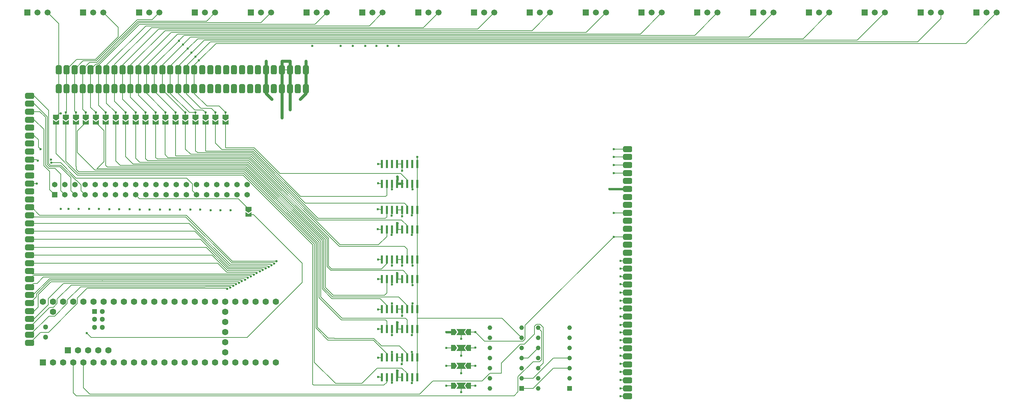
<source format=gbr>
%TF.GenerationSoftware,KiCad,Pcbnew,8.0.3-1.fc40*%
%TF.CreationDate,2024-06-20T20:23:47-04:00*%
%TF.ProjectId,sampler_split_sensor,73616d70-6c65-4725-9f73-706c69745f73,rev?*%
%TF.SameCoordinates,Original*%
%TF.FileFunction,Copper,L1,Top*%
%TF.FilePolarity,Positive*%
%FSLAX46Y46*%
G04 Gerber Fmt 4.6, Leading zero omitted, Abs format (unit mm)*
G04 Created by KiCad (PCBNEW 8.0.3-1.fc40) date 2024-06-20 20:23:47*
%MOMM*%
%LPD*%
G01*
G04 APERTURE LIST*
G04 Aperture macros list*
%AMRoundRect*
0 Rectangle with rounded corners*
0 $1 Rounding radius*
0 $2 $3 $4 $5 $6 $7 $8 $9 X,Y pos of 4 corners*
0 Add a 4 corners polygon primitive as box body*
4,1,4,$2,$3,$4,$5,$6,$7,$8,$9,$2,$3,0*
0 Add four circle primitives for the rounded corners*
1,1,$1+$1,$2,$3*
1,1,$1+$1,$4,$5*
1,1,$1+$1,$6,$7*
1,1,$1+$1,$8,$9*
0 Add four rect primitives between the rounded corners*
20,1,$1+$1,$2,$3,$4,$5,0*
20,1,$1+$1,$4,$5,$6,$7,0*
20,1,$1+$1,$6,$7,$8,$9,0*
20,1,$1+$1,$8,$9,$2,$3,0*%
%AMFreePoly0*
4,1,6,0.500000,-0.750000,-0.650000,-0.750000,-0.150000,0.000000,-0.650000,0.750000,0.500000,0.750000,0.500000,-0.750000,0.500000,-0.750000,$1*%
%AMFreePoly1*
4,1,6,1.000000,0.000000,0.500000,-0.750000,-0.500000,-0.750000,-0.500000,0.750000,0.500000,0.750000,1.000000,0.000000,1.000000,0.000000,$1*%
%AMFreePoly2*
4,1,7,0.700000,0.000000,1.200000,-0.750000,-1.200000,-0.750000,-0.700000,0.000000,-1.200000,0.750000,1.200000,0.750000,0.700000,0.000000,0.700000,0.000000,$1*%
G04 Aperture macros list end*
%TA.AperFunction,SMDPad,CuDef*%
%ADD10RoundRect,0.381000X0.381000X-0.762000X0.381000X0.762000X-0.381000X0.762000X-0.381000X-0.762000X0*%
%TD*%
%TA.AperFunction,SMDPad,CuDef*%
%ADD11RoundRect,0.381000X-0.381000X0.762000X-0.381000X-0.762000X0.381000X-0.762000X0.381000X0.762000X0*%
%TD*%
%TA.AperFunction,ComponentPad*%
%ADD12R,1.500000X1.500000*%
%TD*%
%TA.AperFunction,ComponentPad*%
%ADD13C,1.500000*%
%TD*%
%TA.AperFunction,ComponentPad*%
%ADD14C,1.170000*%
%TD*%
%TA.AperFunction,ComponentPad*%
%ADD15R,1.170000X1.170000*%
%TD*%
%TA.AperFunction,SMDPad,CuDef*%
%ADD16RoundRect,0.073750X0.221250X-0.911250X0.221250X0.911250X-0.221250X0.911250X-0.221250X-0.911250X0*%
%TD*%
%TA.AperFunction,SMDPad,CuDef*%
%ADD17FreePoly0,270.000000*%
%TD*%
%TA.AperFunction,SMDPad,CuDef*%
%ADD18FreePoly1,270.000000*%
%TD*%
%TA.AperFunction,SMDPad,CuDef*%
%ADD19FreePoly1,0.000000*%
%TD*%
%TA.AperFunction,SMDPad,CuDef*%
%ADD20FreePoly2,180.000000*%
%TD*%
%TA.AperFunction,SMDPad,CuDef*%
%ADD21FreePoly1,180.000000*%
%TD*%
%TA.AperFunction,SMDPad,CuDef*%
%ADD22RoundRect,0.381000X-0.762000X-0.381000X0.762000X-0.381000X0.762000X0.381000X-0.762000X0.381000X0*%
%TD*%
%TA.AperFunction,ComponentPad*%
%ADD23R,1.370000X1.370000*%
%TD*%
%TA.AperFunction,ComponentPad*%
%ADD24C,1.370000*%
%TD*%
%TA.AperFunction,ComponentPad*%
%ADD25R,1.600000X1.600000*%
%TD*%
%TA.AperFunction,ComponentPad*%
%ADD26C,1.600000*%
%TD*%
%TA.AperFunction,ComponentPad*%
%ADD27R,1.300000X1.300000*%
%TD*%
%TA.AperFunction,ComponentPad*%
%ADD28C,1.300000*%
%TD*%
%TA.AperFunction,ViaPad*%
%ADD29C,0.600000*%
%TD*%
%TA.AperFunction,Conductor*%
%ADD30C,0.200000*%
%TD*%
%TA.AperFunction,Conductor*%
%ADD31C,0.800000*%
%TD*%
%TA.AperFunction,Conductor*%
%ADD32C,0.600000*%
%TD*%
G04 APERTURE END LIST*
D10*
%TO.P,J5,1,Pin_1*%
%TO.N,Net-(J4-Pin_32)*%
X23799999Y-50200000D03*
%TO.P,J5,2,Pin_2*%
%TO.N,Net-(J4-Pin_31)*%
X25799998Y-50200000D03*
%TO.P,J5,3,Pin_3*%
%TO.N,Net-(J4-Pin_30)*%
X27799999Y-50200000D03*
%TO.P,J5,4,Pin_4*%
%TO.N,Net-(J4-Pin_29)*%
X29800000Y-50200000D03*
%TO.P,J5,5,Pin_5*%
%TO.N,Net-(J4-Pin_28)*%
X31799999Y-50200000D03*
%TO.P,J5,6,Pin_6*%
%TO.N,Net-(J4-Pin_27)*%
X33799999Y-50200000D03*
%TO.P,J5,7,Pin_7*%
%TO.N,Net-(J4-Pin_26)*%
X35799999Y-50200000D03*
%TO.P,J5,8,Pin_8*%
%TO.N,Net-(J4-Pin_25)*%
X37799999Y-50200000D03*
%TO.P,J5,9,Pin_9*%
%TO.N,Net-(J4-Pin_24)*%
X39799998Y-50200000D03*
%TO.P,J5,10,Pin_10*%
%TO.N,Net-(J4-Pin_23)*%
X41799999Y-50200000D03*
%TO.P,J5,11,Pin_11*%
%TO.N,Net-(J4-Pin_22)*%
X43800000Y-50200000D03*
%TO.P,J5,12,Pin_12*%
%TO.N,Net-(J4-Pin_21)*%
X45799999Y-50200000D03*
%TO.P,J5,13,Pin_13*%
%TO.N,Net-(J4-Pin_20)*%
X47799999Y-50200000D03*
%TO.P,J5,14,Pin_14*%
%TO.N,Net-(J4-Pin_19)*%
X49799999Y-50200000D03*
%TO.P,J5,15,Pin_15*%
%TO.N,Net-(J4-Pin_18)*%
X51799999Y-50200000D03*
%TO.P,J5,16,Pin_16*%
%TO.N,Net-(J4-Pin_17)*%
X53799999Y-50200000D03*
%TO.P,J5,17,Pin_17*%
%TO.N,Net-(J4-Pin_16)*%
X55799999Y-50200000D03*
%TO.P,J5,18,Pin_18*%
%TO.N,Net-(J4-Pin_15)*%
X57799998Y-50200000D03*
%TO.P,J5,19,Pin_19*%
%TO.N,unconnected-(J5-Pin_19-Pad19)*%
X59799999Y-50200000D03*
%TO.P,J5,20,Pin_20*%
%TO.N,unconnected-(J5-Pin_20-Pad20)*%
X61800000Y-50200000D03*
%TO.P,J5,21,Pin_21*%
%TO.N,unconnected-(J5-Pin_21-Pad21)*%
X63799999Y-50200000D03*
%TO.P,J5,22,Pin_22*%
%TO.N,unconnected-(J5-Pin_22-Pad22)*%
X65799999Y-50200000D03*
%TO.P,J5,23,Pin_23*%
%TO.N,unconnected-(J5-Pin_23-Pad23)*%
X67799999Y-50200000D03*
%TO.P,J5,24,Pin_24*%
%TO.N,unconnected-(J5-Pin_24-Pad24)*%
X69799999Y-50200000D03*
%TO.P,J5,25,Pin_25*%
%TO.N,unconnected-(J5-Pin_25-Pad25)*%
X71799998Y-50200000D03*
%TO.P,J5,26,Pin_26*%
%TO.N,unconnected-(J5-Pin_26-Pad26)*%
X73799999Y-50200000D03*
%TO.P,J5,27,Pin_27*%
%TO.N,GND*%
X75800000Y-50200000D03*
%TO.P,J5,28,Pin_28*%
%TO.N,unconnected-(J5-Pin_28-Pad28)*%
X77799999Y-50200000D03*
%TO.P,J5,29,Pin_29*%
%TO.N,Net-(BOARDSEL_CMP1-VCC)*%
X79799999Y-50200000D03*
%TO.P,J5,30,Pin_30*%
X81799999Y-50200000D03*
%TO.P,J5,31,Pin_31*%
%TO.N,unconnected-(J5-Pin_31-Pad31)*%
X83799999Y-50200000D03*
%TO.P,J5,32,Pin_32*%
%TO.N,GND*%
X85799999Y-50200000D03*
%TD*%
D11*
%TO.P,J4,1,Pin_1*%
%TO.N,GND*%
X85800001Y-55000000D03*
%TO.P,J4,2,Pin_2*%
%TO.N,unconnected-(J4-Pin_2-Pad2)*%
X83800002Y-55000000D03*
%TO.P,J4,3,Pin_3*%
%TO.N,Net-(BOARDSEL_CMP1-VCC)*%
X81800001Y-55000000D03*
%TO.P,J4,4,Pin_4*%
X79800000Y-55000000D03*
%TO.P,J4,5,Pin_5*%
%TO.N,unconnected-(J4-Pin_5-Pad5)*%
X77800001Y-55000000D03*
%TO.P,J4,6,Pin_6*%
%TO.N,GND*%
X75800001Y-55000000D03*
%TO.P,J4,7,Pin_7*%
%TO.N,unconnected-(J4-Pin_7-Pad7)*%
X73800001Y-55000000D03*
%TO.P,J4,8,Pin_8*%
%TO.N,unconnected-(J4-Pin_8-Pad8)*%
X71800001Y-55000000D03*
%TO.P,J4,9,Pin_9*%
%TO.N,unconnected-(J4-Pin_9-Pad9)*%
X69800002Y-55000000D03*
%TO.P,J4,10,Pin_10*%
%TO.N,unconnected-(J4-Pin_10-Pad10)*%
X67800001Y-55000000D03*
%TO.P,J4,11,Pin_11*%
%TO.N,unconnected-(J4-Pin_11-Pad11)*%
X65800000Y-55000000D03*
%TO.P,J4,12,Pin_12*%
%TO.N,unconnected-(J4-Pin_12-Pad12)*%
X63800001Y-55000000D03*
%TO.P,J4,13,Pin_13*%
%TO.N,unconnected-(J4-Pin_13-Pad13)*%
X61800001Y-55000000D03*
%TO.P,J4,14,Pin_14*%
%TO.N,unconnected-(J4-Pin_14-Pad14)*%
X59800001Y-55000000D03*
%TO.P,J4,15,Pin_15*%
%TO.N,Net-(J4-Pin_15)*%
X57800001Y-55000000D03*
%TO.P,J4,16,Pin_16*%
%TO.N,Net-(J4-Pin_16)*%
X55800001Y-55000000D03*
%TO.P,J4,17,Pin_17*%
%TO.N,Net-(J4-Pin_17)*%
X53800001Y-55000000D03*
%TO.P,J4,18,Pin_18*%
%TO.N,Net-(J4-Pin_18)*%
X51800002Y-55000000D03*
%TO.P,J4,19,Pin_19*%
%TO.N,Net-(J4-Pin_19)*%
X49800001Y-55000000D03*
%TO.P,J4,20,Pin_20*%
%TO.N,Net-(J4-Pin_20)*%
X47800000Y-55000000D03*
%TO.P,J4,21,Pin_21*%
%TO.N,Net-(J4-Pin_21)*%
X45800001Y-55000000D03*
%TO.P,J4,22,Pin_22*%
%TO.N,Net-(J4-Pin_22)*%
X43800001Y-55000000D03*
%TO.P,J4,23,Pin_23*%
%TO.N,Net-(J4-Pin_23)*%
X41800001Y-55000000D03*
%TO.P,J4,24,Pin_24*%
%TO.N,Net-(J4-Pin_24)*%
X39800001Y-55000000D03*
%TO.P,J4,25,Pin_25*%
%TO.N,Net-(J4-Pin_25)*%
X37800002Y-55000000D03*
%TO.P,J4,26,Pin_26*%
%TO.N,Net-(J4-Pin_26)*%
X35800001Y-55000000D03*
%TO.P,J4,27,Pin_27*%
%TO.N,Net-(J4-Pin_27)*%
X33800000Y-55000000D03*
%TO.P,J4,28,Pin_28*%
%TO.N,Net-(J4-Pin_28)*%
X31800001Y-55000000D03*
%TO.P,J4,29,Pin_29*%
%TO.N,Net-(J4-Pin_29)*%
X29800001Y-55000000D03*
%TO.P,J4,30,Pin_30*%
%TO.N,Net-(J4-Pin_30)*%
X27800001Y-55000000D03*
%TO.P,J4,31,Pin_31*%
%TO.N,Net-(J4-Pin_31)*%
X25800001Y-55000000D03*
%TO.P,J4,32,Pin_32*%
%TO.N,Net-(J4-Pin_32)*%
X23800001Y-55000000D03*
%TD*%
D12*
%TO.P,U4,1,VCC*%
%TO.N,Net-(BOARDSEL_CMP1-VCC)*%
X43960000Y-35860000D03*
D13*
%TO.P,U4,2,GND*%
%TO.N,GND*%
X46500000Y-35860000D03*
%TO.P,U4,3,OUT*%
%TO.N,Net-(J4-Pin_30)*%
X49040000Y-35860000D03*
%TD*%
D12*
%TO.P,U14,1,VCC*%
%TO.N,Net-(BOARDSEL_CMP1-VCC)*%
X183960000Y-35860000D03*
D13*
%TO.P,U14,2,GND*%
%TO.N,GND*%
X186500000Y-35860000D03*
%TO.P,U14,3,OUT*%
%TO.N,Net-(J4-Pin_20)*%
X189040000Y-35860000D03*
%TD*%
D12*
%TO.P,U2,1,VCC*%
%TO.N,Net-(BOARDSEL_CMP1-VCC)*%
X15960000Y-35860000D03*
D13*
%TO.P,U2,2,GND*%
%TO.N,GND*%
X18500000Y-35860000D03*
%TO.P,U2,3,OUT*%
%TO.N,Net-(J4-Pin_32)*%
X21040000Y-35860000D03*
%TD*%
D12*
%TO.P,U5,1,VCC*%
%TO.N,Net-(BOARDSEL_CMP1-VCC)*%
X57960000Y-35860000D03*
D13*
%TO.P,U5,2,GND*%
%TO.N,GND*%
X60500000Y-35860000D03*
%TO.P,U5,3,OUT*%
%TO.N,Net-(J4-Pin_29)*%
X63040000Y-35860000D03*
%TD*%
D12*
%TO.P,U3,1,VCC*%
%TO.N,Net-(BOARDSEL_CMP1-VCC)*%
X29960000Y-35860000D03*
D13*
%TO.P,U3,2,GND*%
%TO.N,GND*%
X32500000Y-35860000D03*
%TO.P,U3,3,OUT*%
%TO.N,Net-(J4-Pin_31)*%
X35040000Y-35860000D03*
%TD*%
D12*
%TO.P,U12,1,VCC*%
%TO.N,Net-(BOARDSEL_CMP1-VCC)*%
X155960000Y-35860000D03*
D13*
%TO.P,U12,2,GND*%
%TO.N,GND*%
X158500000Y-35860000D03*
%TO.P,U12,3,OUT*%
%TO.N,Net-(J4-Pin_22)*%
X161040000Y-35860000D03*
%TD*%
D12*
%TO.P,U18,1,VCC*%
%TO.N,Net-(BOARDSEL_CMP1-VCC)*%
X239960000Y-35860000D03*
D13*
%TO.P,U18,2,GND*%
%TO.N,GND*%
X242500000Y-35860000D03*
%TO.P,U18,3,OUT*%
%TO.N,Net-(J4-Pin_16)*%
X245040000Y-35860000D03*
%TD*%
D12*
%TO.P,U17,1,VCC*%
%TO.N,Net-(BOARDSEL_CMP1-VCC)*%
X225960000Y-35860000D03*
D13*
%TO.P,U17,2,GND*%
%TO.N,GND*%
X228500000Y-35860000D03*
%TO.P,U17,3,OUT*%
%TO.N,Net-(J4-Pin_17)*%
X231040000Y-35860000D03*
%TD*%
D12*
%TO.P,U6,1,VCC*%
%TO.N,Net-(BOARDSEL_CMP1-VCC)*%
X71960000Y-35860000D03*
D13*
%TO.P,U6,2,GND*%
%TO.N,GND*%
X74500000Y-35860000D03*
%TO.P,U6,3,OUT*%
%TO.N,Net-(J4-Pin_28)*%
X77040000Y-35860000D03*
%TD*%
D12*
%TO.P,U8,1,VCC*%
%TO.N,Net-(BOARDSEL_CMP1-VCC)*%
X99960000Y-35860000D03*
D13*
%TO.P,U8,2,GND*%
%TO.N,GND*%
X102500000Y-35860000D03*
%TO.P,U8,3,OUT*%
%TO.N,Net-(J4-Pin_26)*%
X105040000Y-35860000D03*
%TD*%
D12*
%TO.P,U11,1,VCC*%
%TO.N,Net-(BOARDSEL_CMP1-VCC)*%
X141960000Y-35860000D03*
D13*
%TO.P,U11,2,GND*%
%TO.N,GND*%
X144500000Y-35860000D03*
%TO.P,U11,3,OUT*%
%TO.N,Net-(J4-Pin_23)*%
X147040000Y-35860000D03*
%TD*%
D12*
%TO.P,U7,1,VCC*%
%TO.N,Net-(BOARDSEL_CMP1-VCC)*%
X85960000Y-35860000D03*
D13*
%TO.P,U7,2,GND*%
%TO.N,GND*%
X88500000Y-35860000D03*
%TO.P,U7,3,OUT*%
%TO.N,Net-(J4-Pin_27)*%
X91040000Y-35860000D03*
%TD*%
D12*
%TO.P,U10,1,VCC*%
%TO.N,Net-(BOARDSEL_CMP1-VCC)*%
X127960000Y-35860000D03*
D13*
%TO.P,U10,2,GND*%
%TO.N,GND*%
X130500000Y-35860000D03*
%TO.P,U10,3,OUT*%
%TO.N,Net-(J4-Pin_24)*%
X133040000Y-35860000D03*
%TD*%
D12*
%TO.P,U19,1,VCC*%
%TO.N,Net-(BOARDSEL_CMP1-VCC)*%
X253960000Y-35860000D03*
D13*
%TO.P,U19,2,GND*%
%TO.N,GND*%
X256500000Y-35860000D03*
%TO.P,U19,3,OUT*%
%TO.N,Net-(J4-Pin_15)*%
X259040000Y-35860000D03*
%TD*%
D12*
%TO.P,U9,1,VCC*%
%TO.N,Net-(BOARDSEL_CMP1-VCC)*%
X113960000Y-35860000D03*
D13*
%TO.P,U9,2,GND*%
%TO.N,GND*%
X116500000Y-35860000D03*
%TO.P,U9,3,OUT*%
%TO.N,Net-(J4-Pin_25)*%
X119040000Y-35860000D03*
%TD*%
D12*
%TO.P,U15,1,VCC*%
%TO.N,Net-(BOARDSEL_CMP1-VCC)*%
X197960000Y-35860000D03*
D13*
%TO.P,U15,2,GND*%
%TO.N,GND*%
X200500000Y-35860000D03*
%TO.P,U15,3,OUT*%
%TO.N,Net-(J4-Pin_19)*%
X203040000Y-35860000D03*
%TD*%
D12*
%TO.P,U13,1,VCC*%
%TO.N,Net-(BOARDSEL_CMP1-VCC)*%
X169960000Y-35860000D03*
D13*
%TO.P,U13,2,GND*%
%TO.N,GND*%
X172500000Y-35860000D03*
%TO.P,U13,3,OUT*%
%TO.N,Net-(J4-Pin_21)*%
X175040000Y-35860000D03*
%TD*%
D12*
%TO.P,U16,1,VCC*%
%TO.N,Net-(BOARDSEL_CMP1-VCC)*%
X211960000Y-35860000D03*
D13*
%TO.P,U16,2,GND*%
%TO.N,GND*%
X214500000Y-35860000D03*
%TO.P,U16,3,OUT*%
%TO.N,Net-(J4-Pin_18)*%
X217040000Y-35860000D03*
%TD*%
D14*
%TO.P,BOARDSEL_ENABLE1,14,VCC*%
%TO.N,Net-(BOARDSEL_CMP1-VCC)*%
X131955686Y-130120000D03*
%TO.P,BOARDSEL_ENABLE1,13,2D*%
%TO.N,unconnected-(BOARDSEL_ENABLE1-2D-Pad13)*%
X131955686Y-127580000D03*
%TO.P,BOARDSEL_ENABLE1,12,2C*%
%TO.N,unconnected-(BOARDSEL_ENABLE1-2C-Pad12)*%
X131955686Y-125040000D03*
%TO.P,BOARDSEL_ENABLE1,11*%
%TO.N,N/C*%
X131955686Y-122500000D03*
%TO.P,BOARDSEL_ENABLE1,10,2B*%
%TO.N,unconnected-(BOARDSEL_ENABLE1-2B-Pad10)*%
X131955686Y-119960000D03*
%TO.P,BOARDSEL_ENABLE1,9,2A*%
%TO.N,unconnected-(BOARDSEL_ENABLE1-2A-Pad9)*%
X131955686Y-117420000D03*
%TO.P,BOARDSEL_ENABLE1,8,2Y*%
%TO.N,unconnected-(BOARDSEL_ENABLE1-2Y-Pad8)*%
X131955686Y-114880000D03*
%TO.P,BOARDSEL_ENABLE1,7,GND*%
%TO.N,GND*%
X139895686Y-114880000D03*
%TO.P,BOARDSEL_ENABLE1,6,1Y*%
%TO.N,Net-(BOARDSEL_ENABLE1-1Y)*%
X139895686Y-117420000D03*
%TO.P,BOARDSEL_ENABLE1,5,1D*%
%TO.N,Net-(BOARDSEL_CMP1-4Y)*%
X139895686Y-119960000D03*
%TO.P,BOARDSEL_ENABLE1,4,1C*%
%TO.N,Net-(BOARDSEL_CMP1-3Y)*%
X139895686Y-122500000D03*
%TO.P,BOARDSEL_ENABLE1,3*%
%TO.N,N/C*%
X139895686Y-125040000D03*
%TO.P,BOARDSEL_ENABLE1,2,1B*%
%TO.N,Net-(BOARDSEL_CMP1-2Y)*%
X139895686Y-127580000D03*
D15*
%TO.P,BOARDSEL_ENABLE1,1,1A*%
%TO.N,Net-(BOARDSEL_CMP1-1Y)*%
X139895686Y-130120000D03*
%TD*%
D16*
%TO.P,DG452_0,1,IN_1*%
%TO.N,Net-(BOARDSEL_ENABLE1-1Y)*%
X104810686Y-127320000D03*
%TO.P,DG452_0,2,D_1*%
%TO.N,Net-(DG452_0-D_1)*%
X106080686Y-127320000D03*
%TO.P,DG452_0,3,S_1*%
%TO.N,Net-(DG452_0-S_1)*%
X107350686Y-127320000D03*
%TO.P,DG452_0,4,V-*%
%TO.N,GND*%
X108620686Y-127320000D03*
%TO.P,DG452_0,5,GND*%
X109890686Y-127320000D03*
%TO.P,DG452_0,6,S_4*%
%TO.N,Net-(DG452_0-S_4)*%
X111160686Y-127320000D03*
%TO.P,DG452_0,7,D_4*%
%TO.N,Net-(DG452_0-D_4)*%
X112430686Y-127320000D03*
%TO.P,DG452_0,8,IN_4*%
%TO.N,Net-(BOARDSEL_ENABLE1-1Y)*%
X113700686Y-127320000D03*
%TO.P,DG452_0,9,IN_3*%
X113700686Y-122370000D03*
%TO.P,DG452_0,10,D_3*%
%TO.N,Net-(DG452_0-D_3)*%
X112430686Y-122370000D03*
%TO.P,DG452_0,11,S_3*%
%TO.N,Net-(DG452_0-S_3)*%
X111160686Y-122370000D03*
%TO.P,DG452_0,12,V_L*%
%TO.N,Net-(BOARDSEL_CMP1-VCC)*%
X109890686Y-122370000D03*
%TO.P,DG452_0,13,V+*%
X108620686Y-122370000D03*
%TO.P,DG452_0,14,S_2*%
%TO.N,Net-(DG452_0-S_2)*%
X107350686Y-122370000D03*
%TO.P,DG452_0,15,D_2*%
%TO.N,Net-(DG452_0-D_2)*%
X106080686Y-122370000D03*
%TO.P,DG452_0,16,IN_2*%
%TO.N,Net-(BOARDSEL_ENABLE1-1Y)*%
X104810686Y-122370000D03*
%TD*%
D17*
%TO.P,JP52,2,B*%
%TO.N,Net-(DG452_1-D_1)*%
X33115686Y-63400000D03*
D18*
%TO.P,JP52,1,A*%
%TO.N,Net-(J4-Pin_28)*%
X33115686Y-61950000D03*
%TD*%
D17*
%TO.P,JP53,2,B*%
%TO.N,Net-(DG452_1-S_4)*%
X35615686Y-63400000D03*
D18*
%TO.P,JP53,1,A*%
%TO.N,Net-(J4-Pin_27)*%
X35615686Y-61950000D03*
%TD*%
D16*
%TO.P,DG452_2,1,IN_1*%
%TO.N,Net-(BOARDSEL_ENABLE1-1Y)*%
X104865686Y-102750000D03*
%TO.P,DG452_2,2,D_1*%
%TO.N,Net-(DG452_2-D_1)*%
X106135686Y-102750000D03*
%TO.P,DG452_2,3,S_1*%
%TO.N,Net-(DG452_2-S_1)*%
X107405686Y-102750000D03*
%TO.P,DG452_2,4,V-*%
%TO.N,GND*%
X108675686Y-102750000D03*
%TO.P,DG452_2,5,GND*%
X109945686Y-102750000D03*
%TO.P,DG452_2,6,S_4*%
%TO.N,Net-(DG452_2-S_4)*%
X111215686Y-102750000D03*
%TO.P,DG452_2,7,D_4*%
%TO.N,Net-(DG452_2-D_4)*%
X112485686Y-102750000D03*
%TO.P,DG452_2,8,IN_4*%
%TO.N,Net-(BOARDSEL_ENABLE1-1Y)*%
X113755686Y-102750000D03*
%TO.P,DG452_2,9,IN_3*%
X113755686Y-97800000D03*
%TO.P,DG452_2,10,D_3*%
%TO.N,Net-(DG452_2-D_3)*%
X112485686Y-97800000D03*
%TO.P,DG452_2,11,S_3*%
%TO.N,Net-(DG452_2-S_3)*%
X111215686Y-97800000D03*
%TO.P,DG452_2,12,V_L*%
%TO.N,Net-(BOARDSEL_CMP1-VCC)*%
X109945686Y-97800000D03*
%TO.P,DG452_2,13,V+*%
X108675686Y-97800000D03*
%TO.P,DG452_2,14,S_2*%
%TO.N,Net-(DG452_2-S_2)*%
X107405686Y-97800000D03*
%TO.P,DG452_2,15,D_2*%
%TO.N,Net-(DG452_2-D_2)*%
X106135686Y-97800000D03*
%TO.P,DG452_2,16,IN_2*%
%TO.N,Net-(BOARDSEL_ENABLE1-1Y)*%
X104865686Y-97800000D03*
%TD*%
%TO.P,DG452_3,1,IN_1*%
%TO.N,Net-(BOARDSEL_ENABLE1-1Y)*%
X104810686Y-90275000D03*
%TO.P,DG452_3,2,D_1*%
%TO.N,Net-(DG452_3-D_1)*%
X106080686Y-90275000D03*
%TO.P,DG452_3,3,S_1*%
%TO.N,Net-(DG452_3-S_1)*%
X107350686Y-90275000D03*
%TO.P,DG452_3,4,V-*%
%TO.N,GND*%
X108620686Y-90275000D03*
%TO.P,DG452_3,5,GND*%
X109890686Y-90275000D03*
%TO.P,DG452_3,6,S_4*%
%TO.N,Net-(DG452_3-S_4)*%
X111160686Y-90275000D03*
%TO.P,DG452_3,7,D_4*%
%TO.N,Net-(DG452_3-D_4)*%
X112430686Y-90275000D03*
%TO.P,DG452_3,8,IN_4*%
%TO.N,Net-(BOARDSEL_ENABLE1-1Y)*%
X113700686Y-90275000D03*
%TO.P,DG452_3,9,IN_3*%
X113700686Y-85325000D03*
%TO.P,DG452_3,10,D_3*%
%TO.N,Net-(DG452_3-D_3)*%
X112430686Y-85325000D03*
%TO.P,DG452_3,11,S_3*%
%TO.N,Net-(DG452_3-S_3)*%
X111160686Y-85325000D03*
%TO.P,DG452_3,12,V_L*%
%TO.N,Net-(BOARDSEL_CMP1-VCC)*%
X109890686Y-85325000D03*
%TO.P,DG452_3,13,V+*%
X108620686Y-85325000D03*
%TO.P,DG452_3,14,S_2*%
%TO.N,Net-(DG452_3-S_2)*%
X107350686Y-85325000D03*
%TO.P,DG452_3,15,D_2*%
%TO.N,Net-(DG452_3-D_2)*%
X106080686Y-85325000D03*
%TO.P,DG452_3,16,IN_2*%
%TO.N,Net-(BOARDSEL_ENABLE1-1Y)*%
X104810686Y-85325000D03*
%TD*%
D19*
%TO.P,JP2,3,B*%
%TO.N,GND*%
X122715686Y-124500000D03*
D20*
%TO.P,JP2,2,C*%
%TO.N,Net-(BOARDSEL_CMP1-2B)*%
X124715686Y-124500000D03*
D21*
%TO.P,JP2,1,A*%
%TO.N,Net-(BOARDSEL_CMP1-VCC)*%
X126715686Y-124500000D03*
%TD*%
D19*
%TO.P,JP4,3,B*%
%TO.N,GND*%
X122715686Y-116000000D03*
D20*
%TO.P,JP4,2,C*%
%TO.N,Net-(BOARDSEL_CMP1-4B)*%
X124715686Y-116000000D03*
D21*
%TO.P,JP4,1,A*%
%TO.N,Net-(BOARDSEL_CMP1-VCC)*%
X126715686Y-116000000D03*
%TD*%
D16*
%TO.P,DG45_4,1,IN_1*%
%TO.N,Net-(BOARDSEL_ENABLE1-1Y)*%
X104845686Y-78800000D03*
%TO.P,DG45_4,2,D_1*%
%TO.N,Net-(DG45_4-D_1)*%
X106115686Y-78800000D03*
%TO.P,DG45_4,3,S_1*%
%TO.N,Net-(DG45_4-S_1)*%
X107385686Y-78800000D03*
%TO.P,DG45_4,4,V-*%
%TO.N,GND*%
X108655686Y-78800000D03*
%TO.P,DG45_4,5,GND*%
X109925686Y-78800000D03*
%TO.P,DG45_4,6,S_4*%
%TO.N,Net-(DG45_4-S_4)*%
X111195686Y-78800000D03*
%TO.P,DG45_4,7,D_4*%
%TO.N,Net-(DG45_4-D_4)*%
X112465686Y-78800000D03*
%TO.P,DG45_4,8,IN_4*%
%TO.N,Net-(BOARDSEL_ENABLE1-1Y)*%
X113735686Y-78800000D03*
%TO.P,DG45_4,9,IN_3*%
X113735686Y-73850000D03*
%TO.P,DG45_4,10,D_3*%
%TO.N,unconnected-(DG45_4-D_3-Pad10)*%
X112465686Y-73850000D03*
%TO.P,DG45_4,11,S_3*%
%TO.N,unconnected-(DG45_4-S_3-Pad11)*%
X111195686Y-73850000D03*
%TO.P,DG45_4,12,V_L*%
%TO.N,Net-(BOARDSEL_CMP1-VCC)*%
X109925686Y-73850000D03*
%TO.P,DG45_4,13,V+*%
X108655686Y-73850000D03*
%TO.P,DG45_4,14,S_2*%
%TO.N,unconnected-(DG45_4-S_2-Pad14)*%
X107385686Y-73850000D03*
%TO.P,DG45_4,15,D_2*%
%TO.N,unconnected-(DG45_4-D_2-Pad15)*%
X106115686Y-73850000D03*
%TO.P,DG45_4,16,IN_2*%
%TO.N,Net-(BOARDSEL_ENABLE1-1Y)*%
X104845686Y-73850000D03*
%TD*%
D19*
%TO.P,JP1,3,B*%
%TO.N,GND*%
X122715686Y-129500000D03*
D20*
%TO.P,JP1,2,C*%
%TO.N,Net-(BOARDSEL_CMP1-1B)*%
X124715686Y-129500000D03*
D21*
%TO.P,JP1,1,A*%
%TO.N,Net-(BOARDSEL_CMP1-VCC)*%
X126715686Y-129500000D03*
%TD*%
D17*
%TO.P,JP49,2,B*%
%TO.N,Net-(DG452_0-S_4)*%
X25615686Y-63400000D03*
D18*
%TO.P,JP49,1,A*%
%TO.N,Net-(J4-Pin_31)*%
X25615686Y-61950000D03*
%TD*%
D17*
%TO.P,JP61,2,B*%
%TO.N,Net-(DG452_3-S_4)*%
X55615686Y-63400000D03*
D18*
%TO.P,JP61,1,A*%
%TO.N,Net-(J4-Pin_19)*%
X55615686Y-61950000D03*
%TD*%
D17*
%TO.P,JP59,2,B*%
%TO.N,Net-(DG452_2-S_3)*%
X50615686Y-63425000D03*
D18*
%TO.P,JP59,1,A*%
%TO.N,Net-(J4-Pin_21)*%
X50615686Y-61975000D03*
%TD*%
D17*
%TO.P,JP57,2,B*%
%TO.N,Net-(DG452_2-S_4)*%
X45615686Y-63425000D03*
D18*
%TO.P,JP57,1,A*%
%TO.N,Net-(J4-Pin_23)*%
X45615686Y-61975000D03*
%TD*%
D17*
%TO.P,JP60,2,B*%
%TO.N,Net-(DG452_3-D_1)*%
X53115686Y-63400000D03*
D18*
%TO.P,JP60,1,A*%
%TO.N,Net-(J4-Pin_20)*%
X53115686Y-61950000D03*
%TD*%
D17*
%TO.P,JP54,2,B*%
%TO.N,Net-(DG452_1-D_2)*%
X38115686Y-63400000D03*
D18*
%TO.P,JP54,1,A*%
%TO.N,Net-(J4-Pin_26)*%
X38115686Y-61950000D03*
%TD*%
D17*
%TO.P,JP64,2,B*%
%TO.N,Net-(DG45_4-D_1)*%
X63115686Y-63425000D03*
D18*
%TO.P,JP64,1,A*%
%TO.N,Net-(J4-Pin_16)*%
X63115686Y-61975000D03*
%TD*%
%TO.P,JP23,1,A*%
%TO.N,Net-(J2-Pin_9)*%
X71435686Y-85115000D03*
D17*
%TO.P,JP23,2,B*%
%TO.N,Net-(JP23-B)*%
X71435686Y-86565000D03*
%TD*%
%TO.P,JP58,2,B*%
%TO.N,Net-(DG452_2-D_2)*%
X48115686Y-63425000D03*
D18*
%TO.P,JP58,1,A*%
%TO.N,Net-(J4-Pin_22)*%
X48115686Y-61975000D03*
%TD*%
D17*
%TO.P,JP51,2,B*%
%TO.N,Net-(DG452_0-S_3)*%
X30615686Y-63400000D03*
D18*
%TO.P,JP51,1,A*%
%TO.N,Net-(J4-Pin_29)*%
X30615686Y-61950000D03*
%TD*%
D22*
%TO.P,J2,1,Pin_1*%
%TO.N,Net-(BOARDSEL_CMP1-4A)*%
X166515686Y-70100000D03*
%TO.P,J2,2,Pin_2*%
%TO.N,Net-(BOARDSEL_CMP1-3A)*%
X166515686Y-72100000D03*
%TO.P,J2,3,Pin_3*%
%TO.N,Net-(BOARDSEL_CMP1-2A)*%
X166515686Y-74100000D03*
%TO.P,J2,4,Pin_4*%
%TO.N,Net-(BOARDSEL_CMP1-1A)*%
X166515686Y-76100000D03*
%TO.P,J2,5,Pin_5*%
%TO.N,unconnected-(J2-Pin_5-Pad5)*%
X166515686Y-78100000D03*
%TO.P,J2,6,Pin_6*%
%TO.N,GND*%
X166515686Y-80100000D03*
%TO.P,J2,7,Pin_7*%
%TO.N,unconnected-(J2-Pin_7-Pad7)*%
X166515686Y-82100000D03*
%TO.P,J2,8,Pin_8*%
%TO.N,unconnected-(J2-Pin_8-Pad8)*%
X166515686Y-84100000D03*
%TO.P,J2,9,Pin_9*%
%TO.N,Net-(J2-Pin_9)*%
X166515686Y-86100000D03*
%TO.P,J2,10,Pin_10*%
%TO.N,unconnected-(J2-Pin_10-Pad10)*%
X166515686Y-88100000D03*
%TO.P,J2,11,Pin_11*%
%TO.N,unconnected-(J2-Pin_11-Pad11)*%
X166515686Y-90100000D03*
%TO.P,J2,12,Pin_12*%
%TO.N,Net-(BOARDSEL_CMP1-VCC)*%
X166515686Y-92100000D03*
%TO.P,J2,13,Pin_13*%
%TO.N,unconnected-(J2-Pin_13-Pad13)*%
X166515686Y-94100000D03*
%TO.P,J2,14,Pin_14*%
%TO.N,unconnected-(J2-Pin_14-Pad14)*%
X166515686Y-96100000D03*
%TO.P,J2,15,Pin_15*%
%TO.N,Net-(DG45_4-D_4)*%
X166515686Y-98100000D03*
%TO.P,J2,16,Pin_16*%
%TO.N,Net-(DG45_4-S_1)*%
X166515686Y-100100000D03*
%TO.P,J2,17,Pin_17*%
%TO.N,Net-(DG452_3-D_3)*%
X166515686Y-102100000D03*
%TO.P,J2,18,Pin_18*%
%TO.N,Net-(DG452_3-S_2)*%
X166515686Y-104100000D03*
%TO.P,J2,19,Pin_19*%
%TO.N,Net-(DG452_3-D_4)*%
X166515686Y-106100000D03*
%TO.P,J2,20,Pin_20*%
%TO.N,Net-(DG452_3-S_1)*%
X166515686Y-108100000D03*
%TO.P,J2,21,Pin_21*%
%TO.N,Net-(DG452_2-D_3)*%
X166515686Y-110100000D03*
%TO.P,J2,22,Pin_22*%
%TO.N,Net-(DG452_2-S_2)*%
X166515686Y-112100000D03*
%TO.P,J2,23,Pin_23*%
%TO.N,Net-(DG452_2-D_4)*%
X166515686Y-114100000D03*
%TO.P,J2,24,Pin_24*%
%TO.N,Net-(DG452_2-S_1)*%
X166515686Y-116100000D03*
%TO.P,J2,25,Pin_25*%
%TO.N,Net-(DG452_1-D_3)*%
X166515686Y-118100000D03*
%TO.P,J2,26,Pin_26*%
%TO.N,Net-(DG452_1-S_2)*%
X166515686Y-120100000D03*
%TO.P,J2,27,Pin_27*%
%TO.N,Net-(DG452_1-D_4)*%
X166515686Y-122100000D03*
%TO.P,J2,28,Pin_28*%
%TO.N,Net-(DG452_1-S_1)*%
X166515686Y-124100000D03*
%TO.P,J2,29,Pin_29*%
%TO.N,Net-(DG452_0-D_3)*%
X166515686Y-126100000D03*
%TO.P,J2,30,Pin_30*%
%TO.N,Net-(DG452_0-S_2)*%
X166515686Y-128100000D03*
%TO.P,J2,31,Pin_31*%
%TO.N,Net-(DG452_0-D_4)*%
X166515686Y-130100000D03*
%TO.P,J2,32,Pin_32*%
%TO.N,Net-(DG452_0-S_1)*%
X166515686Y-132100000D03*
%TD*%
%TO.P,J3,1,Pin_1*%
%TO.N,Net-(BOARDSEL_CMP1-4A)*%
X16535686Y-56715000D03*
%TO.P,J3,2,Pin_2*%
%TO.N,Net-(BOARDSEL_CMP1-3A)*%
X16535686Y-58715000D03*
%TO.P,J3,3,Pin_3*%
%TO.N,Net-(BOARDSEL_CMP1-2A)*%
X16535686Y-60715000D03*
%TO.P,J3,4,Pin_4*%
%TO.N,Net-(BOARDSEL_CMP1-1A)*%
X16535686Y-62715000D03*
%TO.P,J3,5,Pin_5*%
%TO.N,unconnected-(J3-Pin_5-Pad5)*%
X16535686Y-64715000D03*
%TO.P,J3,6,Pin_6*%
%TO.N,GND*%
X16535686Y-66715000D03*
%TO.P,J3,7,Pin_7*%
%TO.N,unconnected-(J3-Pin_7-Pad7)*%
X16535686Y-68715000D03*
%TO.P,J3,8,Pin_8*%
%TO.N,unconnected-(J3-Pin_8-Pad8)*%
X16535686Y-70715000D03*
%TO.P,J3,9,Pin_9*%
%TO.N,Net-(J2-Pin_9)*%
X16535686Y-72715000D03*
%TO.P,J3,10,Pin_10*%
%TO.N,unconnected-(J3-Pin_10-Pad10)*%
X16535686Y-74715000D03*
%TO.P,J3,11,Pin_11*%
%TO.N,unconnected-(J3-Pin_11-Pad11)*%
X16535686Y-76715000D03*
%TO.P,J3,12,Pin_12*%
%TO.N,Net-(BOARDSEL_CMP1-VCC)*%
X16535686Y-78715000D03*
%TO.P,J3,13,Pin_13*%
%TO.N,unconnected-(J3-Pin_13-Pad13)*%
X16535686Y-80715000D03*
%TO.P,J3,14,Pin_14*%
%TO.N,unconnected-(J3-Pin_14-Pad14)*%
X16535686Y-82715000D03*
%TO.P,J3,15,Pin_15*%
%TO.N,Net-(DG45_4-D_4)*%
X16535686Y-84715000D03*
%TO.P,J3,16,Pin_16*%
%TO.N,Net-(DG45_4-S_1)*%
X16535686Y-86715000D03*
%TO.P,J3,17,Pin_17*%
%TO.N,Net-(DG452_3-D_3)*%
X16535686Y-88715000D03*
%TO.P,J3,18,Pin_18*%
%TO.N,Net-(DG452_3-S_2)*%
X16535686Y-90715000D03*
%TO.P,J3,19,Pin_19*%
%TO.N,Net-(DG452_3-D_4)*%
X16535686Y-92715000D03*
%TO.P,J3,20,Pin_20*%
%TO.N,Net-(DG452_3-S_1)*%
X16535686Y-94715000D03*
%TO.P,J3,21,Pin_21*%
%TO.N,Net-(DG452_2-D_3)*%
X16535686Y-96715000D03*
%TO.P,J3,22,Pin_22*%
%TO.N,Net-(DG452_2-S_2)*%
X16535686Y-98715000D03*
%TO.P,J3,23,Pin_23*%
%TO.N,Net-(DG452_2-D_4)*%
X16535686Y-100715000D03*
%TO.P,J3,24,Pin_24*%
%TO.N,Net-(DG452_2-S_1)*%
X16535686Y-102715000D03*
%TO.P,J3,25,Pin_25*%
%TO.N,Net-(DG452_1-D_3)*%
X16535686Y-104715000D03*
%TO.P,J3,26,Pin_26*%
%TO.N,Net-(DG452_1-S_2)*%
X16535686Y-106715000D03*
%TO.P,J3,27,Pin_27*%
%TO.N,Net-(DG452_1-D_4)*%
X16535686Y-108715000D03*
%TO.P,J3,28,Pin_28*%
%TO.N,Net-(DG452_1-S_1)*%
X16535686Y-110715000D03*
%TO.P,J3,29,Pin_29*%
%TO.N,Net-(DG452_0-D_3)*%
X16535686Y-112715000D03*
%TO.P,J3,30,Pin_30*%
%TO.N,Net-(DG452_0-S_2)*%
X16535686Y-114715000D03*
%TO.P,J3,31,Pin_31*%
%TO.N,Net-(DG452_0-D_4)*%
X16535686Y-116715000D03*
%TO.P,J3,32,Pin_32*%
%TO.N,Net-(DG452_0-S_1)*%
X16535686Y-118715000D03*
%TD*%
D17*
%TO.P,JP50,2,B*%
%TO.N,Net-(DG452_0-D_2)*%
X28115686Y-63400000D03*
D18*
%TO.P,JP50,1,A*%
%TO.N,Net-(J4-Pin_30)*%
X28115686Y-61950000D03*
%TD*%
D19*
%TO.P,JP3,3,B*%
%TO.N,GND*%
X122715686Y-120000000D03*
D20*
%TO.P,JP3,2,C*%
%TO.N,Net-(BOARDSEL_CMP1-3B)*%
X124715686Y-120000000D03*
D21*
%TO.P,JP3,1,A*%
%TO.N,Net-(BOARDSEL_CMP1-VCC)*%
X126715686Y-120000000D03*
%TD*%
D17*
%TO.P,JP55,2,B*%
%TO.N,Net-(DG452_1-S_3)*%
X40615686Y-63400000D03*
D18*
%TO.P,JP55,1,A*%
%TO.N,Net-(J4-Pin_25)*%
X40615686Y-61950000D03*
%TD*%
D16*
%TO.P,DG452_1,1,IN_1*%
%TO.N,Net-(BOARDSEL_ENABLE1-1Y)*%
X104810686Y-115225000D03*
%TO.P,DG452_1,2,D_1*%
%TO.N,Net-(DG452_1-D_1)*%
X106080686Y-115225000D03*
%TO.P,DG452_1,3,S_1*%
%TO.N,Net-(DG452_1-S_1)*%
X107350686Y-115225000D03*
%TO.P,DG452_1,4,V-*%
%TO.N,GND*%
X108620686Y-115225000D03*
%TO.P,DG452_1,5,GND*%
X109890686Y-115225000D03*
%TO.P,DG452_1,6,S_4*%
%TO.N,Net-(DG452_1-S_4)*%
X111160686Y-115225000D03*
%TO.P,DG452_1,7,D_4*%
%TO.N,Net-(DG452_1-D_4)*%
X112430686Y-115225000D03*
%TO.P,DG452_1,8,IN_4*%
%TO.N,Net-(BOARDSEL_ENABLE1-1Y)*%
X113700686Y-115225000D03*
%TO.P,DG452_1,9,IN_3*%
X113700686Y-110275000D03*
%TO.P,DG452_1,10,D_3*%
%TO.N,Net-(DG452_1-D_3)*%
X112430686Y-110275000D03*
%TO.P,DG452_1,11,S_3*%
%TO.N,Net-(DG452_1-S_3)*%
X111160686Y-110275000D03*
%TO.P,DG452_1,12,V_L*%
%TO.N,Net-(BOARDSEL_CMP1-VCC)*%
X109890686Y-110275000D03*
%TO.P,DG452_1,13,V+*%
X108620686Y-110275000D03*
%TO.P,DG452_1,14,S_2*%
%TO.N,Net-(DG452_1-S_2)*%
X107350686Y-110275000D03*
%TO.P,DG452_1,15,D_2*%
%TO.N,Net-(DG452_1-D_2)*%
X106080686Y-110275000D03*
%TO.P,DG452_1,16,IN_2*%
%TO.N,Net-(BOARDSEL_ENABLE1-1Y)*%
X104810686Y-110275000D03*
%TD*%
D17*
%TO.P,JP65,2,B*%
%TO.N,Net-(DG45_4-S_4)*%
X65615686Y-63425000D03*
D18*
%TO.P,JP65,1,A*%
%TO.N,Net-(J4-Pin_15)*%
X65615686Y-61975000D03*
%TD*%
D17*
%TO.P,JP63,2,B*%
%TO.N,Net-(DG452_3-S_3)*%
X60615686Y-63400000D03*
D18*
%TO.P,JP63,1,A*%
%TO.N,Net-(J4-Pin_17)*%
X60615686Y-61950000D03*
%TD*%
D17*
%TO.P,JP48,2,B*%
%TO.N,Net-(DG452_0-D_1)*%
X23115686Y-63400000D03*
D18*
%TO.P,JP48,1,A*%
%TO.N,Net-(J4-Pin_32)*%
X23115686Y-61950000D03*
%TD*%
D23*
%TO.P,J1,01,01*%
%TO.N,Net-(BOARDSEL_CMP1-1A)*%
X22775686Y-81540000D03*
D24*
%TO.P,J1,02,02*%
%TO.N,Net-(JP8-A)*%
X22775686Y-79000000D03*
%TO.P,J1,03,03*%
%TO.N,Net-(BOARDSEL_CMP1-2A)*%
X25315686Y-81540000D03*
%TO.P,J1,04,04*%
%TO.N,Net-(JP9-A)*%
X25315686Y-79000000D03*
%TO.P,J1,05,05*%
%TO.N,Net-(BOARDSEL_CMP1-3A)*%
X27855686Y-81540000D03*
%TO.P,J1,06,06*%
%TO.N,Net-(JP10-A)*%
X27855686Y-79000000D03*
%TO.P,J1,07,07*%
%TO.N,Net-(BOARDSEL_CMP1-4A)*%
X30395686Y-81540000D03*
%TO.P,J1,08,08*%
%TO.N,Net-(JP11-A)*%
X30395686Y-79000000D03*
%TO.P,J1,09,09*%
%TO.N,unconnected-(J1-Pad09)*%
X32935686Y-81540000D03*
%TO.P,J1,10,10*%
%TO.N,Net-(JP12-A)*%
X32935686Y-79000000D03*
%TO.P,J1,11,11*%
%TO.N,unconnected-(J1-Pad11)*%
X35475686Y-81540000D03*
%TO.P,J1,12,12*%
%TO.N,Net-(JP13-A)*%
X35475686Y-79000000D03*
%TO.P,J1,13,13*%
%TO.N,unconnected-(J1-Pad13)*%
X38015686Y-81540000D03*
%TO.P,J1,14,14*%
%TO.N,Net-(JP14-A)*%
X38015686Y-79000000D03*
%TO.P,J1,15,15*%
%TO.N,unconnected-(J1-Pad15)*%
X40555686Y-81540000D03*
%TO.P,J1,16,16*%
%TO.N,Net-(JP15-A)*%
X40555686Y-79000000D03*
%TO.P,J1,17,17*%
%TO.N,Net-(J2-Pin_9)*%
X43095686Y-81540000D03*
%TO.P,J1,18,18*%
%TO.N,Net-(JP16-A)*%
X43095686Y-79000000D03*
%TO.P,J1,19,19*%
%TO.N,unconnected-(J1-Pad19)*%
X45635686Y-81540000D03*
%TO.P,J1,20,20*%
%TO.N,Net-(JP17-A)*%
X45635686Y-79000000D03*
%TO.P,J1,21,21*%
%TO.N,unconnected-(J1-Pad21)*%
X48175686Y-81540000D03*
%TO.P,J1,22,22*%
%TO.N,Net-(JP18-A)*%
X48175686Y-79000000D03*
%TO.P,J1,23,23*%
%TO.N,unconnected-(J1-Pad23)*%
X50715686Y-81540000D03*
%TO.P,J1,24,24*%
%TO.N,Net-(JP19-A)*%
X50715686Y-79000000D03*
%TO.P,J1,25,25*%
%TO.N,unconnected-(J1-Pad25)*%
X53255686Y-81540000D03*
%TO.P,J1,26,26*%
%TO.N,Net-(JP20-A)*%
X53255686Y-79000000D03*
%TO.P,J1,27,27*%
%TO.N,unconnected-(J1-Pad27)*%
X55795686Y-81540000D03*
%TO.P,J1,28,28*%
%TO.N,Net-(JP21-A)*%
X55795686Y-79000000D03*
%TO.P,J1,29,29*%
%TO.N,Net-(BOARDSEL_CMP1-VCC)*%
X58335686Y-81540000D03*
%TO.P,J1,30,30*%
%TO.N,Net-(JP22-A)*%
X58335686Y-79000000D03*
%TO.P,J1,31,31*%
%TO.N,unconnected-(J1-Pad31)*%
X60875686Y-81540000D03*
%TO.P,J1,32,32*%
%TO.N,Net-(JP45-A)*%
X60875686Y-79000000D03*
%TO.P,J1,33,33*%
%TO.N,unconnected-(J1-Pad33)*%
X63415686Y-81540000D03*
%TO.P,J1,34,34*%
%TO.N,Net-(JP46-A)*%
X63415686Y-79000000D03*
%TO.P,J1,35,35*%
%TO.N,unconnected-(J1-Pad35)*%
X65955686Y-81540000D03*
%TO.P,J1,36,36*%
%TO.N,Net-(JP47-A)*%
X65955686Y-79000000D03*
%TO.P,J1,37,37*%
%TO.N,unconnected-(J1-Pad37)*%
X68495686Y-81540000D03*
%TO.P,J1,38,38*%
%TO.N,unconnected-(J1-Pad38)*%
X68495686Y-79000000D03*
%TO.P,J1,39,39*%
%TO.N,unconnected-(J1-Pad39)*%
X71035686Y-81540000D03*
%TO.P,J1,40,40*%
%TO.N,GND*%
X71035686Y-79000000D03*
%TD*%
D25*
%TO.P,U1,1,GND*%
%TO.N,unconnected-(U1-GND-Pad1)*%
X19805686Y-123620000D03*
D26*
%TO.P,U1,2,0_RX1_CRX2_CS1*%
%TO.N,Net-(BOARDSEL_CMP1-1A)*%
X22345686Y-123620000D03*
%TO.P,U1,3,1_TX1_CTX2_MISO1*%
%TO.N,Net-(BOARDSEL_CMP1-2A)*%
X24885686Y-123620000D03*
%TO.P,U1,4,2_OUT2*%
%TO.N,Net-(BOARDSEL_CMP1-3A)*%
X27425686Y-123620000D03*
%TO.P,U1,5,3_LRCLK2*%
%TO.N,Net-(BOARDSEL_CMP1-4A)*%
X29965686Y-123620000D03*
%TO.P,U1,6,4_BCLK2*%
%TO.N,unconnected-(U1-4_BCLK2-Pad6)*%
X32505686Y-123620000D03*
%TO.P,U1,7,5_IN2*%
%TO.N,unconnected-(U1-5_IN2-Pad7)*%
X35045686Y-123620000D03*
%TO.P,U1,8,6_OUT1D*%
%TO.N,unconnected-(U1-6_OUT1D-Pad8)*%
X37585686Y-123620000D03*
%TO.P,U1,9,7_RX2_OUT1A*%
%TO.N,unconnected-(U1-7_RX2_OUT1A-Pad9)*%
X40125686Y-123620000D03*
%TO.P,U1,10,8_TX2_IN1*%
%TO.N,unconnected-(U1-8_TX2_IN1-Pad10)*%
X42665686Y-123620000D03*
%TO.P,U1,11,9_OUT1C*%
%TO.N,unconnected-(U1-9_OUT1C-Pad11)*%
X45205686Y-123620000D03*
%TO.P,U1,12,10_CS_MQSR*%
%TO.N,unconnected-(U1-10_CS_MQSR-Pad12)*%
X47745686Y-123620000D03*
%TO.P,U1,13,11_MOSI_CTX1*%
%TO.N,unconnected-(U1-11_MOSI_CTX1-Pad13)*%
X50285686Y-123620000D03*
%TO.P,U1,14,12_MISO_MQSL*%
%TO.N,unconnected-(U1-12_MISO_MQSL-Pad14)*%
X52825686Y-123620000D03*
%TO.P,U1,15,3V3*%
%TO.N,unconnected-(U1-3V3-Pad15)*%
X55365686Y-123620000D03*
%TO.P,U1,16,24_A10_TX6_SCL2*%
%TO.N,Net-(JP8-A)*%
X57905686Y-123620000D03*
%TO.P,U1,17,25_A11_RX6_SDA2*%
%TO.N,Net-(JP9-A)*%
X60445686Y-123620000D03*
%TO.P,U1,18,26_A12_MOSI1*%
%TO.N,Net-(JP10-A)*%
X62985686Y-123620000D03*
%TO.P,U1,19,27_A13_SCK1*%
%TO.N,Net-(JP11-A)*%
X65525686Y-123620000D03*
%TO.P,U1,20,28_RX7*%
%TO.N,unconnected-(U1-28_RX7-Pad20)*%
X68065686Y-123620000D03*
%TO.P,U1,21,29_TX7*%
%TO.N,unconnected-(U1-29_TX7-Pad21)*%
X70605686Y-123620000D03*
%TO.P,U1,22,30_CRX3*%
%TO.N,unconnected-(U1-30_CRX3-Pad22)*%
X73145686Y-123620000D03*
%TO.P,U1,23,31_CTX3*%
%TO.N,unconnected-(U1-31_CTX3-Pad23)*%
X75685686Y-123620000D03*
%TO.P,U1,24,32_OUT1B*%
%TO.N,unconnected-(U1-32_OUT1B-Pad24)*%
X78225686Y-123620000D03*
%TO.P,U1,25,33_MCLK2*%
%TO.N,unconnected-(U1-33_MCLK2-Pad25)*%
X78225686Y-108380000D03*
%TO.P,U1,26,34_RX8*%
%TO.N,unconnected-(U1-34_RX8-Pad26)*%
X75685686Y-108380000D03*
%TO.P,U1,27,35_TX8*%
%TO.N,unconnected-(U1-35_TX8-Pad27)*%
X73145686Y-108380000D03*
%TO.P,U1,28,36_CS*%
%TO.N,unconnected-(U1-36_CS-Pad28)*%
X70605686Y-108380000D03*
%TO.P,U1,29,37_CS*%
%TO.N,unconnected-(U1-37_CS-Pad29)*%
X68065686Y-108380000D03*
%TO.P,U1,30,38_CS1_IN1*%
%TO.N,Net-(JP15-A)*%
X65525686Y-108380000D03*
%TO.P,U1,31,39_MISO1_OUT1A*%
%TO.N,Net-(JP14-A)*%
X62985686Y-108380000D03*
%TO.P,U1,32,40_A16*%
%TO.N,Net-(JP13-A)*%
X60445686Y-108380000D03*
%TO.P,U1,33,41_A17*%
%TO.N,Net-(JP12-A)*%
X57905686Y-108380000D03*
%TO.P,U1,34,GND*%
%TO.N,unconnected-(U1-GND-Pad34)*%
X55365686Y-108380000D03*
%TO.P,U1,35,13_SCK_LED*%
%TO.N,unconnected-(U1-13_SCK_LED-Pad35)*%
X52825686Y-108380000D03*
%TO.P,U1,36,14_A0_TX3_SPDIF_OUT*%
%TO.N,Net-(JP47-A)*%
X50285686Y-108380000D03*
%TO.P,U1,37,15_A1_RX3_SPDIF_IN*%
%TO.N,Net-(JP46-A)*%
X47745686Y-108380000D03*
%TO.P,U1,38,16_A2_RX4_SCL1*%
%TO.N,Net-(JP45-A)*%
X45205686Y-108380000D03*
%TO.P,U1,39,17_A3_TX4_SDA1*%
%TO.N,Net-(JP22-A)*%
X42665686Y-108380000D03*
%TO.P,U1,40,18_A4_SDA*%
%TO.N,Net-(JP21-A)*%
X40125686Y-108380000D03*
%TO.P,U1,41,19_A5_SCL*%
%TO.N,Net-(JP20-A)*%
X37585686Y-108380000D03*
%TO.P,U1,42,20_A6_TX5_LRCLK1*%
%TO.N,Net-(JP19-A)*%
X35045686Y-108380000D03*
%TO.P,U1,43,21_A7_RX5_BCLK1*%
%TO.N,Net-(JP18-A)*%
X32505686Y-108380000D03*
%TO.P,U1,44,22_A8_CTX1*%
%TO.N,Net-(JP17-A)*%
X29965686Y-108380000D03*
%TO.P,U1,45,23_A9_CRX1_MCLK1*%
%TO.N,Net-(JP16-A)*%
X27425686Y-108380000D03*
%TO.P,U1,46,3V3*%
%TO.N,Net-(BOARDSEL_CMP1-VCC)*%
X24885686Y-108380000D03*
%TO.P,U1,47,GND*%
%TO.N,GND*%
X22345686Y-108380000D03*
%TO.P,U1,48,VIN*%
%TO.N,Net-(JP23-B)*%
X19805686Y-108380000D03*
%TO.P,U1,49,VUSB*%
%TO.N,unconnected-(U1-VUSB-Pad49)*%
X22345686Y-110920000D03*
%TO.P,U1,50,VBAT*%
%TO.N,unconnected-(U1-VBAT-Pad50)*%
X65525686Y-121080000D03*
%TO.P,U1,51,3V3*%
%TO.N,unconnected-(U1-3V3-Pad51)*%
X65525686Y-118540000D03*
%TO.P,U1,52,GND*%
%TO.N,unconnected-(U1-GND-Pad52)*%
X65525686Y-116000000D03*
%TO.P,U1,53,PROGRAM*%
%TO.N,unconnected-(U1-PROGRAM-Pad53)*%
X65525686Y-113460000D03*
%TO.P,U1,54,ON_OFF*%
%TO.N,unconnected-(U1-ON_OFF-Pad54)*%
X65525686Y-110920000D03*
D25*
%TO.P,U1,55,5V*%
%TO.N,unconnected-(U1-5V-Pad55)*%
X26104886Y-120569200D03*
D26*
%TO.P,U1,56,D-*%
%TO.N,unconnected-(U1-D--Pad56)*%
X28644886Y-120569200D03*
%TO.P,U1,57,D+*%
%TO.N,unconnected-(U1-D+-Pad57)*%
X31184886Y-120569200D03*
%TO.P,U1,58,GND*%
%TO.N,unconnected-(U1-GND-Pad58)*%
X33724886Y-120569200D03*
%TO.P,U1,59,GND*%
%TO.N,unconnected-(U1-GND-Pad59)*%
X36264886Y-120569200D03*
D27*
%TO.P,U1,60,R+*%
%TO.N,unconnected-(U1-R+-Pad60)*%
X32775686Y-110818400D03*
D28*
%TO.P,U1,61,LED*%
%TO.N,unconnected-(U1-LED-Pad61)*%
X32775686Y-112818400D03*
%TO.P,U1,62,T-*%
%TO.N,unconnected-(U1-T--Pad62)*%
X32775686Y-114818400D03*
%TO.P,U1,63,T+*%
%TO.N,unconnected-(U1-T+-Pad63)*%
X34775686Y-114818400D03*
%TO.P,U1,64,GND*%
%TO.N,unconnected-(U1-GND-Pad64)*%
X34775686Y-112818400D03*
%TO.P,U1,65,R-*%
%TO.N,unconnected-(U1-R--Pad65)*%
X34775686Y-110818400D03*
%TO.P,U1,66,D-*%
%TO.N,unconnected-(U1-D--Pad66)*%
X20535686Y-114730000D03*
%TO.P,U1,67,D+*%
%TO.N,unconnected-(U1-D+-Pad67)*%
X20535686Y-117270000D03*
%TD*%
D15*
%TO.P,BOARDSEL_CMP1,1,1A*%
%TO.N,Net-(BOARDSEL_CMP1-1A)*%
X151955686Y-130160000D03*
D14*
%TO.P,BOARDSEL_CMP1,2,1B*%
%TO.N,Net-(BOARDSEL_CMP1-1B)*%
X151955686Y-127620000D03*
%TO.P,BOARDSEL_CMP1,3,1Y*%
%TO.N,Net-(BOARDSEL_CMP1-1Y)*%
X151955686Y-125080000D03*
%TO.P,BOARDSEL_CMP1,4,2Y*%
%TO.N,Net-(BOARDSEL_CMP1-2Y)*%
X151955686Y-122540000D03*
%TO.P,BOARDSEL_CMP1,5,2A*%
%TO.N,Net-(BOARDSEL_CMP1-2A)*%
X151955686Y-120000000D03*
%TO.P,BOARDSEL_CMP1,6,2B*%
%TO.N,Net-(BOARDSEL_CMP1-2B)*%
X151955686Y-117460000D03*
%TO.P,BOARDSEL_CMP1,7,GND*%
%TO.N,GND*%
X151955686Y-114920000D03*
%TO.P,BOARDSEL_CMP1,8,3A*%
%TO.N,Net-(BOARDSEL_CMP1-3A)*%
X144015686Y-114920000D03*
%TO.P,BOARDSEL_CMP1,9,3B*%
%TO.N,Net-(BOARDSEL_CMP1-3B)*%
X144015686Y-117460000D03*
%TO.P,BOARDSEL_CMP1,10,3Y*%
%TO.N,Net-(BOARDSEL_CMP1-3Y)*%
X144015686Y-120000000D03*
%TO.P,BOARDSEL_CMP1,11,4Y*%
%TO.N,Net-(BOARDSEL_CMP1-4Y)*%
X144015686Y-122540000D03*
%TO.P,BOARDSEL_CMP1,12,4A*%
%TO.N,Net-(BOARDSEL_CMP1-4A)*%
X144015686Y-125080000D03*
%TO.P,BOARDSEL_CMP1,13,4B*%
%TO.N,Net-(BOARDSEL_CMP1-4B)*%
X144015686Y-127620000D03*
%TO.P,BOARDSEL_CMP1,14,VCC*%
%TO.N,Net-(BOARDSEL_CMP1-VCC)*%
X144015686Y-130160000D03*
%TD*%
D17*
%TO.P,JP56,2,B*%
%TO.N,Net-(DG452_2-D_1)*%
X43115686Y-63425000D03*
D18*
%TO.P,JP56,1,A*%
%TO.N,Net-(J4-Pin_24)*%
X43115686Y-61975000D03*
%TD*%
D17*
%TO.P,JP62,2,B*%
%TO.N,Net-(DG452_3-D_2)*%
X58115686Y-63400000D03*
D18*
%TO.P,JP62,1,A*%
%TO.N,Net-(J4-Pin_18)*%
X58115686Y-61950000D03*
%TD*%
D29*
%TO.N,GND*%
X87400000Y-44200000D03*
%TO.N,Net-(J4-Pin_20)*%
X54000000Y-42900000D03*
%TO.N,Net-(J4-Pin_19)*%
X55000000Y-43900000D03*
%TO.N,Net-(J4-Pin_18)*%
X56200000Y-44900000D03*
%TO.N,Net-(J4-Pin_17)*%
X57100000Y-45900000D03*
%TO.N,Net-(J4-Pin_16)*%
X58100000Y-46900000D03*
%TO.N,Net-(J4-Pin_15)*%
X58978499Y-47878499D03*
X109100000Y-44200000D03*
%TO.N,Net-(J4-Pin_16)*%
X106300000Y-44200000D03*
%TO.N,Net-(J4-Pin_17)*%
X103500000Y-44200000D03*
%TO.N,Net-(J4-Pin_18)*%
X100700000Y-44200000D03*
%TO.N,Net-(J4-Pin_19)*%
X97600000Y-44200000D03*
%TO.N,Net-(J4-Pin_20)*%
X94500000Y-44200000D03*
%TO.N,GND*%
X85800000Y-48000000D03*
%TO.N,Net-(BOARDSEL_CMP1-VCC)*%
X81800000Y-48000000D03*
X79800000Y-48000000D03*
%TO.N,GND*%
X75800000Y-48000000D03*
%TO.N,Net-(BOARDSEL_CMP1-VCC)*%
X81800000Y-60200000D03*
X79800000Y-62200000D03*
%TO.N,GND*%
X84343001Y-57600000D03*
X77257001Y-57600000D03*
%TO.N,Net-(BOARDSEL_CMP1-3B)*%
X124715686Y-121900000D03*
%TO.N,Net-(BOARDSEL_CMP1-4A)*%
X163015686Y-70100000D03*
%TO.N,Net-(BOARDSEL_CMP1-2A)*%
X163015686Y-74100000D03*
%TO.N,Net-(BOARDSEL_CMP1-4B)*%
X124715686Y-117700000D03*
%TO.N,Net-(BOARDSEL_CMP1-1A)*%
X163015686Y-76100000D03*
%TO.N,Net-(BOARDSEL_CMP1-1B)*%
X124715686Y-131100000D03*
%TO.N,Net-(BOARDSEL_CMP1-2B)*%
X124715686Y-126300000D03*
%TO.N,GND*%
X19295538Y-70128382D03*
X108635686Y-101150000D03*
X108635686Y-88650000D03*
X108635686Y-125650000D03*
X161915686Y-80100000D03*
X108735686Y-77050000D03*
X121015686Y-124500000D03*
X108635686Y-113550000D03*
X121015686Y-116000000D03*
X121015686Y-129500000D03*
X121015686Y-120000000D03*
X21908921Y-72741765D03*
%TO.N,Net-(BOARDSEL_CMP1-VCC)*%
X21936596Y-73541288D03*
X109835686Y-124050000D03*
X163015686Y-92100000D03*
X128315686Y-116000000D03*
X109935686Y-75550000D03*
X128315686Y-119900000D03*
X128315686Y-129500000D03*
X109935686Y-86950000D03*
X128315686Y-124500000D03*
X109935686Y-111950000D03*
X18335686Y-78715000D03*
X109935686Y-99350000D03*
%TO.N,Net-(BOARDSEL_CMP1-3A)*%
X163015686Y-72100000D03*
%TO.N,Net-(BOARDSEL_ENABLE1-1Y)*%
X103915686Y-73800000D03*
X103915686Y-122400000D03*
X113715686Y-72100000D03*
X103815686Y-90200000D03*
X103915686Y-115200000D03*
X103915686Y-97800000D03*
X103915686Y-110300000D03*
X103815686Y-85200000D03*
X103915686Y-102700000D03*
X103915686Y-127300000D03*
X103915686Y-78700000D03*
%TO.N,Net-(DG45_4-S_1)*%
X77815686Y-98800000D03*
X164715686Y-100100000D03*
X107415686Y-80200000D03*
%TO.N,Net-(JP46-A)*%
X64415686Y-85400000D03*
%TO.N,Net-(DG45_4-D_4)*%
X78415686Y-98200000D03*
%TO.N,Net-(JP47-A)*%
X66915686Y-85400000D03*
%TO.N,Net-(DG45_4-D_4)*%
X164715686Y-98100000D03*
X112515686Y-80200000D03*
%TO.N,Net-(DG452_0-D_3)*%
X68315686Y-104000000D03*
%TO.N,Net-(JP11-A)*%
X31415686Y-85100000D03*
%TO.N,Net-(DG452_0-D_3)*%
X112415686Y-121000000D03*
X164715686Y-126000000D03*
%TO.N,Net-(DG452_0-D_4)*%
X66820008Y-104800000D03*
X112415686Y-128800000D03*
%TO.N,Net-(JP9-A)*%
X26315686Y-85100000D03*
%TO.N,Net-(DG452_0-D_4)*%
X164715686Y-130100000D03*
%TO.N,Net-(JP8-A)*%
X24315686Y-85100000D03*
%TO.N,Net-(DG452_0-S_1)*%
X164715686Y-132100000D03*
X107415686Y-128700000D03*
X66115686Y-105200000D03*
%TO.N,Net-(JP10-A)*%
X28815686Y-85100000D03*
%TO.N,Net-(DG452_0-S_2)*%
X107415686Y-121000000D03*
X164715686Y-128000000D03*
X67615683Y-104400000D03*
%TO.N,Net-(DG452_1-D_4)*%
X69746539Y-103200000D03*
X112415686Y-116800000D03*
%TO.N,Net-(JP13-A)*%
X36515686Y-85200000D03*
%TO.N,Net-(DG452_1-D_4)*%
X164715686Y-121900000D03*
%TO.N,Net-(DG452_1-S_1)*%
X107415686Y-116800000D03*
X164715686Y-124000000D03*
%TO.N,Net-(JP12-A)*%
X33915686Y-85100000D03*
%TO.N,Net-(DG452_1-S_1)*%
X69046536Y-103600000D03*
%TO.N,Net-(DG452_1-S_2)*%
X164715686Y-120000000D03*
%TO.N,Net-(JP14-A)*%
X39015686Y-85200000D03*
%TO.N,Net-(DG452_1-S_2)*%
X70545925Y-102847000D03*
X107415686Y-108800000D03*
%TO.N,Net-(DG452_1-D_3)*%
X71209396Y-102400000D03*
X112515686Y-108800000D03*
%TO.N,Net-(JP15-A)*%
X41615686Y-85200000D03*
%TO.N,Net-(DG452_1-D_3)*%
X164715686Y-118000000D03*
%TO.N,Net-(DG452_2-D_3)*%
X112515686Y-99300000D03*
X74264542Y-100800000D03*
%TO.N,Net-(JP19-A)*%
X51715686Y-85300000D03*
%TO.N,Net-(DG452_2-D_3)*%
X164715686Y-110100000D03*
%TO.N,Net-(DG452_2-S_2)*%
X164715686Y-112100000D03*
X107415686Y-99300000D03*
X73464539Y-101200000D03*
%TO.N,Net-(JP18-A)*%
X49215686Y-85300000D03*
%TO.N,Net-(JP17-A)*%
X46615686Y-85300000D03*
%TO.N,Net-(DG452_2-D_4)*%
X72726244Y-101600000D03*
X164715686Y-114200000D03*
X112515686Y-104200000D03*
%TO.N,Net-(JP16-A)*%
X44115686Y-85300000D03*
%TO.N,Net-(DG452_2-S_1)*%
X164715686Y-116100000D03*
X71981355Y-102000000D03*
X107415686Y-104100000D03*
%TO.N,Net-(DG452_3-S_2)*%
X76485185Y-99703263D03*
%TO.N,Net-(JP22-A)*%
X59315686Y-85300000D03*
%TO.N,Net-(DG452_3-S_2)*%
X107315686Y-86800000D03*
X164715686Y-104000000D03*
%TO.N,Net-(DG452_3-D_3)*%
X112415686Y-86700000D03*
X77152964Y-99262722D03*
X164715686Y-102000000D03*
%TO.N,Net-(JP45-A)*%
X61915686Y-85400000D03*
%TO.N,Net-(DG452_3-D_4)*%
X112415686Y-91600000D03*
X164715686Y-106100000D03*
X75700337Y-100000000D03*
%TO.N,Net-(JP21-A)*%
X56815686Y-85300000D03*
%TO.N,Net-(DG452_3-S_1)*%
X107315686Y-91600000D03*
X164715686Y-108100000D03*
%TO.N,Net-(JP20-A)*%
X54215686Y-85300000D03*
%TO.N,Net-(DG452_3-S_1)*%
X74967996Y-100400000D03*
%TO.N,Net-(J4-Pin_17)*%
X60615686Y-60900000D03*
%TO.N,Net-(J4-Pin_18)*%
X58115686Y-60900000D03*
%TO.N,Net-(J4-Pin_19)*%
X55615686Y-60900000D03*
%TO.N,Net-(J4-Pin_20)*%
X53115686Y-60900000D03*
%TO.N,Net-(J4-Pin_21)*%
X50615686Y-60900000D03*
%TO.N,Net-(J4-Pin_22)*%
X48115686Y-60900000D03*
%TO.N,Net-(J4-Pin_23)*%
X45615686Y-60900000D03*
%TO.N,Net-(J4-Pin_24)*%
X43115686Y-60900000D03*
%TO.N,Net-(J4-Pin_25)*%
X40615686Y-60900000D03*
%TO.N,Net-(J4-Pin_26)*%
X38115686Y-60900000D03*
%TO.N,Net-(J4-Pin_27)*%
X35615686Y-60900000D03*
%TO.N,Net-(J4-Pin_28)*%
X33115686Y-60900000D03*
%TO.N,Net-(J4-Pin_29)*%
X30615686Y-60900000D03*
%TO.N,Net-(JP23-B)*%
X30835686Y-116215000D03*
%TO.N,Net-(J4-Pin_30)*%
X28115686Y-60900000D03*
%TO.N,Net-(J4-Pin_31)*%
X25615686Y-60900000D03*
%TO.N,Net-(J4-Pin_32)*%
X24300000Y-61100000D03*
%TO.N,Net-(J2-Pin_9)*%
X163015686Y-86100000D03*
X18535686Y-73015000D03*
%TO.N,Net-(J4-Pin_16)*%
X63115686Y-60900000D03*
%TO.N,Net-(J4-Pin_15)*%
X65615686Y-60900000D03*
%TD*%
D30*
%TO.N,Net-(J4-Pin_29)*%
X30615686Y-61950000D02*
X30615686Y-60900000D01*
%TO.N,Net-(J4-Pin_28)*%
X33115686Y-61950000D02*
X33115686Y-60900000D01*
%TO.N,Net-(J4-Pin_27)*%
X35615686Y-61950000D02*
X35615686Y-60900000D01*
%TO.N,Net-(J4-Pin_26)*%
X38115686Y-61950000D02*
X38115686Y-60900000D01*
%TO.N,Net-(J4-Pin_25)*%
X40615686Y-61950000D02*
X40615686Y-60900000D01*
%TO.N,Net-(J4-Pin_24)*%
X43115686Y-61975000D02*
X43115686Y-60900000D01*
%TO.N,Net-(J4-Pin_23)*%
X45615686Y-61975000D02*
X45615686Y-60900000D01*
%TO.N,Net-(J4-Pin_22)*%
X48115686Y-61975000D02*
X48115686Y-60900000D01*
%TO.N,Net-(J4-Pin_21)*%
X50615686Y-61975000D02*
X50615686Y-60900000D01*
%TO.N,Net-(J4-Pin_20)*%
X53115686Y-61950000D02*
X53115686Y-60900000D01*
%TO.N,Net-(J4-Pin_19)*%
X55615686Y-61950000D02*
X55615686Y-60900000D01*
%TO.N,Net-(J4-Pin_18)*%
X58115686Y-61950000D02*
X58115686Y-60900000D01*
%TO.N,Net-(BOARDSEL_CMP1-VCC)*%
X163015686Y-92100000D02*
X140780686Y-114335000D01*
X140780686Y-114335000D02*
X140780686Y-117786580D01*
X140780686Y-117786580D02*
X140262266Y-118305000D01*
X140262266Y-118305000D02*
X130620686Y-118305000D01*
X130620686Y-118305000D02*
X128315686Y-116000000D01*
D31*
%TO.N,GND*%
X84343001Y-57600000D02*
X85800001Y-56143000D01*
X77257001Y-57600000D02*
X75800001Y-56143000D01*
D30*
%TO.N,Net-(DG45_4-S_4)*%
X65615686Y-63425000D02*
X65615686Y-69700000D01*
X65615686Y-69700000D02*
X65715686Y-69800000D01*
X65715686Y-69800000D02*
X72845347Y-69800000D01*
X72845347Y-69800000D02*
X79245347Y-76200000D01*
X79245347Y-76200000D02*
X109615686Y-76200000D01*
X109615686Y-76200000D02*
X111215686Y-77800000D01*
X111215686Y-77800000D02*
X111215686Y-78750000D01*
D31*
%TO.N,Net-(BOARDSEL_CMP1-VCC)*%
X79800000Y-48000000D02*
X81800000Y-48000000D01*
D30*
%TO.N,Net-(J4-Pin_31)*%
X25799998Y-50200000D02*
X25799998Y-50093921D01*
X33037255Y-47557000D02*
X38700000Y-41894255D01*
X25799998Y-50093921D02*
X28336919Y-47557000D01*
X38700000Y-41894255D02*
X38700000Y-39520000D01*
X28336919Y-47557000D02*
X33037255Y-47557000D01*
X38700000Y-39520000D02*
X35040000Y-35860000D01*
%TO.N,Net-(J4-Pin_30)*%
X27799999Y-50200000D02*
X27799999Y-50093921D01*
X29936920Y-47957000D02*
X33202941Y-47957000D01*
X27799999Y-50093921D02*
X29936920Y-47957000D01*
X33202941Y-47957000D02*
X43559941Y-37600000D01*
X43559941Y-37600000D02*
X47300000Y-37600000D01*
X47300000Y-37600000D02*
X49040000Y-35860000D01*
%TO.N,Net-(J4-Pin_29)*%
X29800000Y-50200000D02*
X29800000Y-50093919D01*
X29800000Y-50093919D02*
X31536919Y-48357000D01*
X60900000Y-38000000D02*
X63040000Y-35860000D01*
X31536919Y-48357000D02*
X33368627Y-48357000D01*
X33368627Y-48357000D02*
X43725627Y-38000000D01*
X43725627Y-38000000D02*
X60900000Y-38000000D01*
%TO.N,Net-(J4-Pin_28)*%
X31799999Y-50200000D02*
X31799999Y-50093920D01*
X74500000Y-38400000D02*
X77040000Y-35860000D01*
X31799999Y-50093920D02*
X33136919Y-48757000D01*
X33136919Y-48757000D02*
X33534313Y-48757000D01*
X33534313Y-48757000D02*
X43891313Y-38400000D01*
X43891313Y-38400000D02*
X74500000Y-38400000D01*
%TO.N,Net-(J4-Pin_15)*%
X58978499Y-47878499D02*
X63256998Y-43600000D01*
X63256998Y-43600000D02*
X251300000Y-43600000D01*
X251300000Y-43600000D02*
X259040000Y-35860000D01*
%TO.N,Net-(J4-Pin_20)*%
X54000000Y-42856999D02*
X55256999Y-41600000D01*
X54000000Y-42900000D02*
X54000000Y-42856999D01*
X53956999Y-42900000D02*
X54000000Y-42900000D01*
%TO.N,Net-(J4-Pin_19)*%
X55000000Y-43856999D02*
X56856999Y-42000000D01*
X55000000Y-43900000D02*
X55000000Y-43856999D01*
X54956999Y-43900000D02*
X55000000Y-43900000D01*
%TO.N,Net-(J4-Pin_18)*%
X56200000Y-44900000D02*
X58700000Y-42400000D01*
%TO.N,Net-(J4-Pin_17)*%
X57200000Y-45900000D02*
X60300000Y-42800000D01*
X57100000Y-45900000D02*
X57200000Y-45900000D01*
X57100000Y-46000000D02*
X57100000Y-45900000D01*
%TO.N,Net-(J4-Pin_16)*%
X58100000Y-46900000D02*
X61800000Y-43200000D01*
%TO.N,Net-(J4-Pin_15)*%
X58978499Y-47878499D02*
X57799998Y-49057000D01*
X57799998Y-49057000D02*
X57799998Y-50200000D01*
%TO.N,Net-(J4-Pin_18)*%
X51799999Y-50200000D02*
X51799999Y-49300001D01*
X51799999Y-49300001D02*
X56200000Y-44900000D01*
X58700000Y-42400000D02*
X210500000Y-42400000D01*
X210500000Y-42400000D02*
X217040000Y-35860000D01*
%TO.N,Net-(J4-Pin_17)*%
X53799999Y-50200000D02*
X53799999Y-49300001D01*
X53799999Y-49300001D02*
X57100000Y-46000000D01*
X60300000Y-42800000D02*
X224100000Y-42800000D01*
X224100000Y-42800000D02*
X231040000Y-35860000D01*
%TO.N,Net-(J4-Pin_16)*%
X55799999Y-50200000D02*
X55799999Y-49200001D01*
X55799999Y-49200001D02*
X58100000Y-46900000D01*
X61800000Y-43200000D02*
X239200000Y-43200000D01*
X239200000Y-43200000D02*
X245040000Y-37360000D01*
X245040000Y-37360000D02*
X245040000Y-35860000D01*
%TO.N,Net-(J4-Pin_19)*%
X49799999Y-50200000D02*
X49799999Y-49057000D01*
X56856999Y-42000000D02*
X196900000Y-42000000D01*
X49799999Y-49057000D02*
X54956999Y-43900000D01*
X196900000Y-42000000D02*
X203040000Y-35860000D01*
%TO.N,Net-(J4-Pin_20)*%
X47799999Y-50200000D02*
X47799999Y-49057000D01*
X47799999Y-49057000D02*
X53956999Y-42900000D01*
X55256999Y-41600000D02*
X183300000Y-41600000D01*
X183300000Y-41600000D02*
X189040000Y-35860000D01*
%TO.N,Net-(J4-Pin_21)*%
X45799999Y-50200000D02*
X45799999Y-49057000D01*
X169700000Y-41200000D02*
X175040000Y-35860000D01*
X45799999Y-49057000D02*
X53656999Y-41200000D01*
X53656999Y-41200000D02*
X169700000Y-41200000D01*
%TO.N,Net-(J4-Pin_22)*%
X43800000Y-50200000D02*
X43800000Y-49057000D01*
X52057000Y-40800000D02*
X156100000Y-40800000D01*
X43800000Y-49057000D02*
X52057000Y-40800000D01*
X156100000Y-40800000D02*
X161040000Y-35860000D01*
%TO.N,Net-(J4-Pin_23)*%
X41799999Y-50200000D02*
X41799999Y-49057000D01*
X41799999Y-49057000D02*
X50456999Y-40400000D01*
X50456999Y-40400000D02*
X142500000Y-40400000D01*
X142500000Y-40400000D02*
X147040000Y-35860000D01*
%TO.N,Net-(J4-Pin_24)*%
X39799998Y-50200000D02*
X39799998Y-49057000D01*
X39799998Y-49057000D02*
X48856998Y-40000000D01*
X48856998Y-40000000D02*
X128900000Y-40000000D01*
X128900000Y-40000000D02*
X133040000Y-35860000D01*
%TO.N,Net-(J4-Pin_25)*%
X37799999Y-50200000D02*
X37799999Y-48900001D01*
X37799999Y-48900001D02*
X47100000Y-39600000D01*
X47100000Y-39600000D02*
X115300000Y-39600000D01*
X115300000Y-39600000D02*
X119040000Y-35860000D01*
%TO.N,Net-(J4-Pin_26)*%
X35799999Y-50200000D02*
X35799999Y-49057000D01*
X35799999Y-49057000D02*
X45656999Y-39200000D01*
X45656999Y-39200000D02*
X101700000Y-39200000D01*
X101700000Y-39200000D02*
X105040000Y-35860000D01*
%TO.N,Net-(J4-Pin_27)*%
X33799999Y-50200000D02*
X33799999Y-49057000D01*
X33799999Y-49057000D02*
X44056999Y-38800000D01*
X44056999Y-38800000D02*
X88100000Y-38800000D01*
X88100000Y-38800000D02*
X91040000Y-35860000D01*
%TO.N,Net-(J4-Pin_32)*%
X23799999Y-50200000D02*
X23799999Y-38619999D01*
X23799999Y-38619999D02*
X21040000Y-35860000D01*
D31*
%TO.N,Net-(BOARDSEL_CMP1-VCC)*%
X81800000Y-48000000D02*
X81800001Y-48000001D01*
%TO.N,GND*%
X85799999Y-48000001D02*
X85800000Y-48000000D01*
X85799999Y-51700000D02*
X85799999Y-48000001D01*
X85799999Y-50200000D02*
X85799999Y-51700000D01*
X85799999Y-51700000D02*
X85799999Y-54999998D01*
%TO.N,Net-(BOARDSEL_CMP1-VCC)*%
X81800001Y-51900000D02*
X81800000Y-48000000D01*
X81800001Y-50700001D02*
X81800001Y-51900000D01*
X81800001Y-51900000D02*
X81800001Y-55000000D01*
X79799999Y-48000001D02*
X79800000Y-48000000D01*
X79799999Y-52000000D02*
X79799999Y-48000001D01*
X79799999Y-50200000D02*
X79799999Y-52000000D01*
X79799999Y-52000000D02*
X79799999Y-54999999D01*
%TO.N,GND*%
X75800000Y-50200000D02*
X75800000Y-48000000D01*
%TO.N,Net-(BOARDSEL_CMP1-VCC)*%
X81800000Y-60200000D02*
X81800001Y-60199999D01*
X79800000Y-55000000D02*
X79800000Y-62200000D01*
X81800001Y-60199999D02*
X81800001Y-55000000D01*
D30*
%TO.N,GND*%
X85799999Y-54999998D02*
X85800001Y-55000000D01*
%TO.N,Net-(BOARDSEL_CMP1-VCC)*%
X81799999Y-50200000D02*
X81799999Y-50699999D01*
X81799999Y-50699999D02*
X81800001Y-50700001D01*
X79799999Y-54999999D02*
X79800000Y-55000000D01*
X79799999Y-50200000D02*
X81799999Y-50200000D01*
D31*
%TO.N,GND*%
X75800000Y-50200000D02*
X75800000Y-54999999D01*
D30*
X75800000Y-54999999D02*
X75800001Y-55000000D01*
%TO.N,Net-(J4-Pin_15)*%
X57799998Y-50200000D02*
X57799998Y-54999997D01*
X57799998Y-54999997D02*
X57800001Y-55000000D01*
%TO.N,Net-(J4-Pin_16)*%
X55799999Y-50200000D02*
X55799999Y-54999998D01*
X55799999Y-54999998D02*
X55800001Y-55000000D01*
%TO.N,Net-(J4-Pin_17)*%
X53799999Y-50200000D02*
X53799999Y-54999998D01*
X53799999Y-54999998D02*
X53800001Y-55000000D01*
%TO.N,Net-(J4-Pin_18)*%
X51799999Y-50200000D02*
X51799999Y-54999997D01*
X51799999Y-54999997D02*
X51800002Y-55000000D01*
%TO.N,Net-(J4-Pin_19)*%
X49799999Y-50200000D02*
X49799999Y-54999998D01*
X49799999Y-54999998D02*
X49800001Y-55000000D01*
%TO.N,Net-(J4-Pin_20)*%
X47799999Y-50200000D02*
X47799999Y-54999999D01*
X47799999Y-54999999D02*
X47800000Y-55000000D01*
%TO.N,Net-(J4-Pin_21)*%
X45799999Y-50200000D02*
X45799999Y-54999998D01*
X45799999Y-54999998D02*
X45800001Y-55000000D01*
%TO.N,Net-(J4-Pin_22)*%
X43800000Y-50200000D02*
X43800000Y-54999999D01*
X43800000Y-54999999D02*
X43800001Y-55000000D01*
%TO.N,Net-(J4-Pin_23)*%
X41799999Y-50200000D02*
X41799999Y-54999998D01*
X41799999Y-54999998D02*
X41800001Y-55000000D01*
%TO.N,Net-(J4-Pin_24)*%
X39799998Y-50200000D02*
X39799998Y-54999997D01*
X39799998Y-54999997D02*
X39800001Y-55000000D01*
%TO.N,Net-(J4-Pin_25)*%
X37799999Y-50200000D02*
X37799999Y-54999997D01*
X37799999Y-54999997D02*
X37800002Y-55000000D01*
%TO.N,Net-(J4-Pin_26)*%
X35799999Y-50200000D02*
X35799999Y-54999998D01*
X35799999Y-54999998D02*
X35800001Y-55000000D01*
%TO.N,Net-(J4-Pin_27)*%
X33799999Y-50200000D02*
X33799999Y-54999999D01*
X33799999Y-54999999D02*
X33800000Y-55000000D01*
%TO.N,Net-(J4-Pin_28)*%
X31799999Y-50200000D02*
X31799999Y-54999998D01*
X31799999Y-54999998D02*
X31800001Y-55000000D01*
%TO.N,Net-(J4-Pin_29)*%
X29800000Y-50200000D02*
X29800000Y-54999999D01*
X29800000Y-54999999D02*
X29800001Y-55000000D01*
%TO.N,Net-(J4-Pin_30)*%
X27799999Y-50200000D02*
X27799999Y-54999998D01*
X27799999Y-54999998D02*
X27800001Y-55000000D01*
%TO.N,Net-(J4-Pin_31)*%
X25799998Y-50200000D02*
X25799998Y-54999997D01*
X25799998Y-54999997D02*
X25800001Y-55000000D01*
%TO.N,Net-(J4-Pin_32)*%
X23799999Y-50200000D02*
X23799999Y-54999998D01*
X23799999Y-54999998D02*
X23800001Y-55000000D01*
%TO.N,GND*%
X85800001Y-55000000D02*
X85800001Y-56143000D01*
X75800001Y-56143000D02*
X75800001Y-55000000D01*
%TO.N,Net-(J4-Pin_15)*%
X57800001Y-55000000D02*
X57800001Y-56143000D01*
X60957001Y-59300000D02*
X64015686Y-59300000D01*
X57800001Y-56143000D02*
X60957001Y-59300000D01*
X64015686Y-59300000D02*
X65615686Y-60900000D01*
%TO.N,Net-(J4-Pin_16)*%
X55800001Y-55000000D02*
X55800001Y-56200001D01*
X55800001Y-56200001D02*
X59500000Y-59900000D01*
X59500000Y-59900000D02*
X62115686Y-59900000D01*
X62115686Y-59900000D02*
X63115686Y-60900000D01*
%TO.N,Net-(J4-Pin_17)*%
X53800001Y-55000000D02*
X53800001Y-56143000D01*
X53800001Y-56143000D02*
X57957001Y-60300000D01*
X57957001Y-60300000D02*
X60015686Y-60300000D01*
X60015686Y-60300000D02*
X60615686Y-60900000D01*
%TO.N,Net-(J4-Pin_18)*%
X51800002Y-55000000D02*
X51800002Y-56143000D01*
X51800002Y-56143000D02*
X56557002Y-60900000D01*
X56557002Y-60900000D02*
X58115686Y-60900000D01*
%TO.N,Net-(J4-Pin_19)*%
X49800001Y-55000000D02*
X49800001Y-55200001D01*
X49800001Y-55200001D02*
X55500000Y-60900000D01*
X55500000Y-60900000D02*
X55615686Y-60900000D01*
%TO.N,Net-(J4-Pin_20)*%
X47800000Y-55000000D02*
X47800000Y-55584314D01*
X47800000Y-55584314D02*
X53115686Y-60900000D01*
%TO.N,Net-(J4-Pin_21)*%
X45800001Y-55000000D02*
X45800001Y-56084315D01*
X45800001Y-56084315D02*
X50615686Y-60900000D01*
%TO.N,Net-(J4-Pin_22)*%
X43800001Y-55000000D02*
X43800001Y-56584315D01*
X43800001Y-56584315D02*
X48115686Y-60900000D01*
%TO.N,Net-(J4-Pin_23)*%
X41800001Y-55000000D02*
X41800001Y-57084315D01*
X41800001Y-57084315D02*
X45615686Y-60900000D01*
%TO.N,Net-(J4-Pin_24)*%
X39800001Y-55000000D02*
X39800001Y-57584315D01*
X39800001Y-57584315D02*
X43115686Y-60900000D01*
%TO.N,Net-(J4-Pin_25)*%
X37800002Y-55000000D02*
X37800002Y-58084316D01*
X37800002Y-58084316D02*
X40615686Y-60900000D01*
%TO.N,Net-(J4-Pin_26)*%
X35800001Y-55000000D02*
X35800001Y-58584315D01*
X35800001Y-58584315D02*
X38115686Y-60900000D01*
%TO.N,Net-(J4-Pin_27)*%
X33800000Y-55000000D02*
X33800000Y-59084314D01*
X33800000Y-59084314D02*
X35615686Y-60900000D01*
%TO.N,Net-(J4-Pin_28)*%
X31800001Y-55000000D02*
X31800001Y-59584315D01*
X31800001Y-59584315D02*
X33115686Y-60900000D01*
%TO.N,Net-(J4-Pin_29)*%
X29800001Y-55000000D02*
X29800001Y-60084315D01*
X29800001Y-60084315D02*
X30615686Y-60900000D01*
%TO.N,Net-(J4-Pin_30)*%
X27800001Y-55000000D02*
X27800001Y-60584315D01*
X27800001Y-60584315D02*
X28115686Y-60900000D01*
%TO.N,Net-(J4-Pin_31)*%
X25800001Y-55000000D02*
X25800001Y-60715685D01*
X25800001Y-60715685D02*
X25615686Y-60900000D01*
%TO.N,Net-(J4-Pin_32)*%
X23800001Y-55000000D02*
X23800001Y-61265685D01*
X23800001Y-61265685D02*
X23115686Y-61950000D01*
%TO.N,Net-(J4-Pin_31)*%
X25615686Y-60900000D02*
X25615686Y-61950000D01*
%TO.N,Net-(J4-Pin_32)*%
X24300000Y-61100000D02*
X23965686Y-61100000D01*
X23965686Y-61100000D02*
X23115686Y-61950000D01*
%TO.N,Net-(BOARDSEL_CMP1-2Y)*%
X147844106Y-122540000D02*
X151955686Y-122540000D01*
X139895686Y-127580000D02*
X142804106Y-127580000D01*
X142804106Y-127580000D02*
X147844106Y-122540000D01*
%TO.N,Net-(BOARDSEL_CMP1-3B)*%
X124715686Y-120000000D02*
X124715686Y-121900000D01*
%TO.N,Net-(BOARDSEL_CMP1-4A)*%
X143130686Y-114553420D02*
X143649106Y-114035000D01*
X163015686Y-70100000D02*
X162915686Y-70100000D01*
X117615686Y-128300000D02*
X129984106Y-128300000D01*
X16535686Y-56715000D02*
X17678686Y-56715000D01*
X17678686Y-56715000D02*
X21308921Y-60345235D01*
X129984106Y-128300000D02*
X131984106Y-126300000D01*
X29410686Y-80555000D02*
X30395686Y-81540000D01*
X131984106Y-126300000D02*
X134815686Y-126300000D01*
X29965686Y-129950000D02*
X31615686Y-131600000D01*
X134815686Y-123788420D02*
X139529106Y-119075000D01*
X29410686Y-79090000D02*
X29410686Y-80555000D01*
X144550686Y-114035000D02*
X145300686Y-114785000D01*
X21308921Y-73762142D02*
X21688067Y-74141288D01*
X21688067Y-74141288D02*
X24328544Y-74141288D01*
X140540686Y-119075000D02*
X143130686Y-116485000D01*
X28202256Y-78015000D02*
X28335686Y-78015000D01*
X29965686Y-123620000D02*
X29965686Y-129950000D01*
X166515686Y-70100000D02*
X163015686Y-70100000D01*
X21308921Y-60345235D02*
X21308921Y-73762142D01*
X143130686Y-116485000D02*
X143130686Y-114553420D01*
X28335686Y-78015000D02*
X29410686Y-79090000D01*
X145300686Y-114785000D02*
X145300686Y-123795000D01*
X134815686Y-126300000D02*
X134815686Y-123788420D01*
X139529106Y-119075000D02*
X140540686Y-119075000D01*
X24328544Y-74141288D02*
X28202256Y-78015000D01*
X145300686Y-123795000D02*
X144015686Y-125080000D01*
X31615686Y-131600000D02*
X114315686Y-131600000D01*
X143649106Y-114035000D02*
X144550686Y-114035000D01*
X114315686Y-131600000D02*
X117615686Y-128300000D01*
%TO.N,Net-(BOARDSEL_CMP1-2A)*%
X20508921Y-62110921D02*
X20508921Y-74093514D01*
X166515686Y-74100000D02*
X163015686Y-74100000D01*
X16535686Y-60715000D02*
X19113000Y-60715000D01*
X19113000Y-60715000D02*
X20508921Y-62110921D01*
X21356695Y-74941288D02*
X22935686Y-74941288D01*
X20508921Y-74093514D02*
X21356695Y-74941288D01*
X163015686Y-74100000D02*
X162915686Y-74100000D01*
X24330686Y-80555000D02*
X25315686Y-81540000D01*
X24330686Y-76336288D02*
X24330686Y-80555000D01*
X22935686Y-74941288D02*
X24330686Y-76336288D01*
%TO.N,Net-(BOARDSEL_CMP1-4B)*%
X124715686Y-116000000D02*
X124715686Y-117700000D01*
%TO.N,Net-(BOARDSEL_CMP1-1A)*%
X21535686Y-75685965D02*
X21535686Y-80300000D01*
X163015686Y-76100000D02*
X162915686Y-76100000D01*
X20108921Y-65145235D02*
X20108921Y-74259200D01*
X166515686Y-76100000D02*
X163015686Y-76100000D01*
X17678686Y-62715000D02*
X20108921Y-65145235D01*
X21535686Y-80300000D02*
X22775686Y-81540000D01*
X20108921Y-74259200D02*
X21535686Y-75685965D01*
X16535686Y-62715000D02*
X17678686Y-62715000D01*
%TO.N,Net-(BOARDSEL_CMP1-3Y)*%
X141515686Y-122500000D02*
X144015686Y-120000000D01*
X139895686Y-122500000D02*
X141515686Y-122500000D01*
%TO.N,Net-(BOARDSEL_CMP1-1Y)*%
X147844106Y-125080000D02*
X142804106Y-130120000D01*
X142804106Y-130120000D02*
X139895686Y-130120000D01*
X151955686Y-125080000D02*
X147844106Y-125080000D01*
%TO.N,Net-(BOARDSEL_CMP1-1B)*%
X124715686Y-129500000D02*
X124715686Y-131100000D01*
X124715686Y-131100000D02*
X124715686Y-131000000D01*
%TO.N,Net-(BOARDSEL_CMP1-2B)*%
X124715686Y-126300000D02*
X124715686Y-126200000D01*
X124715686Y-124500000D02*
X124715686Y-126300000D01*
D32*
%TO.N,GND*%
X108675686Y-101190000D02*
X108635686Y-101150000D01*
X108675686Y-78750000D02*
X108735686Y-77050000D01*
X122715686Y-116000000D02*
X121015686Y-116000000D01*
D30*
X108620686Y-127320000D02*
X109890686Y-127320000D01*
D32*
X108620686Y-127320000D02*
X108620686Y-125765000D01*
X108675686Y-77010000D02*
X108735686Y-76950000D01*
X108735686Y-88650000D02*
X108735686Y-88650000D01*
D30*
X19295538Y-70128382D02*
X18735686Y-69568530D01*
D32*
X108635686Y-125650000D02*
X108735686Y-125650000D01*
X108635686Y-113650000D02*
X108635686Y-113550000D01*
D30*
X18735686Y-69568530D02*
X18735686Y-67772000D01*
X161915686Y-80100000D02*
X161815686Y-80100000D01*
D32*
X108620686Y-115225000D02*
X108620686Y-113665000D01*
X108620686Y-125765000D02*
X108635686Y-125750000D01*
X166515686Y-80100000D02*
X161915686Y-80100000D01*
X108735686Y-125650000D02*
X108635686Y-125750000D01*
D30*
X121015686Y-129500000D02*
X120915686Y-129500000D01*
X122715686Y-120000000D02*
X121015686Y-120000000D01*
D32*
X108635686Y-88650000D02*
X108735686Y-88650000D01*
X108620686Y-113665000D02*
X108635686Y-113650000D01*
X108620686Y-90275000D02*
X108620686Y-88765000D01*
D30*
X122715686Y-129500000D02*
X121015686Y-129500000D01*
X108620686Y-90275000D02*
X109890686Y-90275000D01*
D32*
X108735686Y-113550000D02*
X108635686Y-113650000D01*
X108675686Y-78750000D02*
X109945686Y-78750000D01*
D30*
X17678686Y-66715000D02*
X16535686Y-66715000D01*
D32*
X108675686Y-102750000D02*
X108675686Y-101190000D01*
D30*
X18735686Y-67772000D02*
X17678686Y-66715000D01*
X122715686Y-124500000D02*
X121015686Y-124500000D01*
X108620686Y-115225000D02*
X109890686Y-115225000D01*
D32*
X108635686Y-125750000D02*
X108635686Y-125650000D01*
X108635686Y-88750000D02*
X108635686Y-88650000D01*
X108635686Y-113550000D02*
X108735686Y-113550000D01*
D30*
X108675686Y-102750000D02*
X109945686Y-102750000D01*
D32*
X108620686Y-88765000D02*
X108635686Y-88750000D01*
X108735686Y-77050000D02*
X108675686Y-77010000D01*
D30*
%TO.N,Net-(BOARDSEL_CMP1-VCC)*%
X16535686Y-78715000D02*
X18335686Y-78715000D01*
X109890686Y-123995000D02*
X109835686Y-124050000D01*
X109890686Y-111795000D02*
X109935686Y-111750000D01*
X24294230Y-73541288D02*
X28152942Y-77400000D01*
X109935686Y-86750000D02*
X109935686Y-86950000D01*
X126715686Y-120000000D02*
X128315686Y-120000000D01*
X108620686Y-122370000D02*
X109890686Y-122370000D01*
X163015686Y-92100000D02*
X162915686Y-92100000D01*
X109935686Y-86950000D02*
X109735686Y-86950000D01*
X109890686Y-122370000D02*
X109890686Y-123995000D01*
X109935686Y-111950000D02*
X109735686Y-111950000D01*
X109890686Y-85325000D02*
X109890686Y-86795000D01*
X109935686Y-75450000D02*
X109935686Y-75550000D01*
X109735686Y-86950000D02*
X109835686Y-86850000D01*
X109890686Y-110275000D02*
X109890686Y-111795000D01*
X108675686Y-97800000D02*
X109945686Y-97800000D01*
X57350686Y-80555000D02*
X58335686Y-81540000D01*
X109735686Y-111950000D02*
X109835686Y-111850000D01*
X108620686Y-85325000D02*
X109890686Y-85325000D01*
X57350686Y-78835000D02*
X57350686Y-80555000D01*
X28152942Y-77400000D02*
X55915686Y-77400000D01*
X109935686Y-75550000D02*
X109835686Y-75550000D01*
X109945686Y-73800000D02*
X109945686Y-75440000D01*
X55915686Y-77400000D02*
X57350686Y-78835000D01*
X108675686Y-73800000D02*
X109945686Y-73800000D01*
X109935686Y-111750000D02*
X109935686Y-111950000D01*
X126715686Y-129500000D02*
X128315686Y-129500000D01*
X21936596Y-73541288D02*
X24294230Y-73541288D01*
X109835686Y-75550000D02*
X109935686Y-75450000D01*
X126715686Y-124500000D02*
X128315686Y-124500000D01*
X109945686Y-97800000D02*
X109945686Y-99340000D01*
X109945686Y-99340000D02*
X109935686Y-99350000D01*
X126715686Y-116000000D02*
X128315686Y-116000000D01*
X108620686Y-110275000D02*
X109890686Y-110275000D01*
X109890686Y-86795000D02*
X109935686Y-86750000D01*
X109945686Y-75440000D02*
X109935686Y-75450000D01*
X166515686Y-92100000D02*
X163015686Y-92100000D01*
%TO.N,Net-(BOARDSEL_CMP1-3A)*%
X24162858Y-74541288D02*
X26870686Y-77249116D01*
X139010686Y-127213420D02*
X142799106Y-123425000D01*
X20908921Y-73927828D02*
X21522381Y-74541288D01*
X138015686Y-132000000D02*
X139010686Y-131005000D01*
X163015686Y-72100000D02*
X162915686Y-72100000D01*
X28215686Y-132000000D02*
X138015686Y-132000000D01*
X144390686Y-123425000D02*
X144900686Y-122915000D01*
X20908921Y-61945235D02*
X20908921Y-73927828D01*
X144900686Y-122915000D02*
X144900686Y-115805000D01*
X144900686Y-115805000D02*
X144015686Y-114920000D01*
X16535686Y-58715000D02*
X17678686Y-58715000D01*
X27425686Y-131210000D02*
X28215686Y-132000000D01*
X21522381Y-74541288D02*
X24162858Y-74541288D01*
X142799106Y-123425000D02*
X144390686Y-123425000D01*
X27425686Y-123620000D02*
X27425686Y-131210000D01*
X166515686Y-72100000D02*
X163015686Y-72100000D01*
X139010686Y-131005000D02*
X139010686Y-127213420D01*
X17678686Y-58715000D02*
X20908921Y-61945235D01*
X26870686Y-77249116D02*
X26870686Y-80555000D01*
X26870686Y-80555000D02*
X27855686Y-81540000D01*
%TO.N,Net-(BOARDSEL_ENABLE1-1Y)*%
X113715686Y-72100000D02*
X113755686Y-72140000D01*
X113755686Y-85270000D02*
X113700686Y-85325000D01*
X134975686Y-112500000D02*
X139895686Y-117420000D01*
X104865686Y-97800000D02*
X103915686Y-97800000D01*
X113755686Y-102750000D02*
X113755686Y-110220000D01*
X113700686Y-115225000D02*
X113700686Y-122370000D01*
X103915686Y-102700000D02*
X103965686Y-102750000D01*
X113715686Y-100000000D02*
X113755686Y-100040000D01*
X113700686Y-122370000D02*
X113700686Y-127320000D01*
X113755686Y-78750000D02*
X113755686Y-85270000D01*
X103915686Y-127300000D02*
X103965686Y-127350000D01*
X113700686Y-112485000D02*
X113700686Y-110275000D01*
X103915686Y-90250000D02*
X103965686Y-90250000D01*
X113755686Y-72140000D02*
X113755686Y-78550000D01*
X113700686Y-97745000D02*
X113755686Y-97800000D01*
X104015686Y-90250000D02*
X103815686Y-90200000D01*
X104865686Y-122400000D02*
X103915686Y-122400000D01*
X113700686Y-87115000D02*
X113700686Y-90275000D01*
X113715686Y-112500000D02*
X113700686Y-112485000D01*
X113715686Y-112500000D02*
X134975686Y-112500000D01*
X113700686Y-112515000D02*
X113715686Y-112500000D01*
X113755686Y-100040000D02*
X113755686Y-102750000D01*
X103965686Y-78750000D02*
X103915686Y-78700000D01*
X104865686Y-115250000D02*
X103915686Y-115200000D01*
X113700686Y-115225000D02*
X113700686Y-112515000D01*
X104865686Y-127350000D02*
X103915686Y-127300000D01*
X103915686Y-115200000D02*
X103965686Y-115250000D01*
X113700686Y-85325000D02*
X113700686Y-87085000D01*
X113755686Y-97800000D02*
X113755686Y-99960000D01*
X113700686Y-90275000D02*
X113700686Y-97745000D01*
X104865686Y-90250000D02*
X104015686Y-90250000D01*
X104865686Y-110300000D02*
X103915686Y-110300000D01*
X113700686Y-87085000D02*
X113715686Y-87100000D01*
X104865686Y-78750000D02*
X103965686Y-78750000D01*
X104865686Y-73800000D02*
X103915686Y-73800000D01*
X113755686Y-99960000D02*
X113715686Y-100000000D01*
X103815686Y-85200000D02*
X103915686Y-85300000D01*
X113755686Y-110220000D02*
X113700686Y-110275000D01*
X103815686Y-90200000D02*
X103915686Y-90250000D01*
X104865686Y-85300000D02*
X103815686Y-85200000D01*
X104865686Y-102750000D02*
X103915686Y-102700000D01*
X113715686Y-87100000D02*
X113700686Y-87115000D01*
%TO.N,Net-(DG45_4-S_1)*%
X77815686Y-98800000D02*
X77615686Y-98600000D01*
X166515686Y-100100000D02*
X164715686Y-100100000D01*
X67155001Y-98600000D02*
X55670001Y-87115000D01*
X77615686Y-98600000D02*
X67155001Y-98600000D01*
X16935686Y-87115000D02*
X16535686Y-86715000D01*
X107405686Y-78750000D02*
X107405686Y-80190000D01*
X55670001Y-87115000D02*
X16935686Y-87115000D01*
X107405686Y-80190000D02*
X107415686Y-80200000D01*
%TO.N,Net-(DG45_4-D_4)*%
X55835686Y-86715000D02*
X19035686Y-86715000D01*
X78415686Y-98200000D02*
X67320686Y-98200000D01*
X166515686Y-98100000D02*
X164715686Y-98100000D01*
X112485686Y-80170000D02*
X112515686Y-80200000D01*
X67320686Y-98200000D02*
X55835686Y-86715000D01*
X19035686Y-86715000D02*
X17035686Y-84715000D01*
X112485686Y-78750000D02*
X112485686Y-80170000D01*
X17035686Y-84715000D02*
X16535686Y-84715000D01*
%TO.N,Net-(DG45_4-D_1)*%
X63115686Y-63425000D02*
X63115686Y-68600000D01*
X63115686Y-68600000D02*
X64715686Y-70200000D01*
X105815686Y-82000000D02*
X106135686Y-81680000D01*
X72679662Y-70200000D02*
X72913976Y-70434315D01*
X72913976Y-70434315D02*
X84479661Y-82000000D01*
X106135686Y-81680000D02*
X106135686Y-78750000D01*
X64715686Y-70200000D02*
X72679662Y-70200000D01*
X84479661Y-82000000D02*
X105815686Y-82000000D01*
%TO.N,Net-(DG452_0-D_1)*%
X28484314Y-76600000D02*
X70028687Y-76600000D01*
X23115686Y-71231372D02*
X28484314Y-76600000D01*
X87515686Y-94086999D02*
X87515686Y-129100000D01*
X87515686Y-129100000D02*
X87715686Y-129300000D01*
X23115686Y-63400000D02*
X23115686Y-71231372D01*
X70028687Y-76600000D02*
X87515686Y-94086999D01*
X106080686Y-128600000D02*
X106080686Y-127320000D01*
X87715686Y-129300000D02*
X105380686Y-129300000D01*
X105380686Y-129300000D02*
X106080686Y-128600000D01*
%TO.N,Net-(DG452_0-D_2)*%
X28215686Y-74500000D02*
X28215686Y-75200000D01*
X88315686Y-93755627D02*
X88315686Y-115000000D01*
X28215686Y-75200000D02*
X28815686Y-75800000D01*
X91315686Y-118000000D02*
X102695686Y-118000000D01*
X70360059Y-75800000D02*
X88315686Y-93755627D01*
X106080686Y-121385000D02*
X106080686Y-122370000D01*
X28815686Y-75800000D02*
X70360059Y-75800000D01*
X102695686Y-118000000D02*
X106080686Y-121385000D01*
X88315686Y-115000000D02*
X91315686Y-118000000D01*
X28115686Y-74400000D02*
X28215686Y-74500000D01*
X28115686Y-63400000D02*
X28115686Y-74400000D01*
%TO.N,Net-(DG452_0-D_3)*%
X16535686Y-112715000D02*
X17678686Y-112715000D01*
X17678686Y-112715000D02*
X21235686Y-109158000D01*
X112430686Y-122370000D02*
X112430686Y-121015000D01*
X25050686Y-103800000D02*
X34389314Y-103800000D01*
X35067058Y-103815000D02*
X35082058Y-103800000D01*
X35082058Y-103800000D02*
X68115686Y-103800000D01*
X34389314Y-103800000D02*
X34404314Y-103815000D01*
X21235686Y-107615000D02*
X25050686Y-103800000D01*
X166515686Y-126000000D02*
X164815686Y-126000000D01*
X68115686Y-103800000D02*
X68315686Y-104000000D01*
X34404314Y-103815000D02*
X35067058Y-103815000D01*
X21235686Y-109158000D02*
X21235686Y-107615000D01*
X112430686Y-121015000D02*
X112415686Y-121000000D01*
%TO.N,Net-(DG452_0-D_4)*%
X16641766Y-116715000D02*
X16535686Y-116715000D01*
X25985686Y-107924365D02*
X25985686Y-108835635D01*
X60520686Y-104615000D02*
X29295051Y-104615000D01*
X66720686Y-104600000D02*
X60535686Y-104600000D01*
X66820008Y-104699322D02*
X66720686Y-104600000D01*
X25985686Y-108835635D02*
X22801321Y-112020000D01*
X66820008Y-104800000D02*
X66820008Y-104699322D01*
X60535686Y-104600000D02*
X60520686Y-104615000D01*
X166515686Y-130100000D02*
X164815686Y-130100000D01*
X21336766Y-112020000D02*
X16641766Y-116715000D01*
X112430686Y-128785000D02*
X112415686Y-128800000D01*
X112430686Y-127320000D02*
X112430686Y-128785000D01*
X29295051Y-104615000D02*
X25985686Y-107924365D01*
X22801321Y-112020000D02*
X21336766Y-112020000D01*
%TO.N,Net-(DG452_0-S_3)*%
X93015686Y-117600000D02*
X102861372Y-117600000D01*
X28515686Y-71000000D02*
X32915686Y-75400000D01*
X28515686Y-65500000D02*
X28515686Y-71000000D01*
X88715686Y-114834314D02*
X91381372Y-117500000D01*
X104761372Y-119500000D02*
X109275686Y-119500000D01*
X30615686Y-63400000D02*
X28515686Y-65500000D01*
X109275686Y-119500000D02*
X111160686Y-121385000D01*
X92915686Y-117500000D02*
X93015686Y-117600000D01*
X111160686Y-121385000D02*
X111160686Y-122370000D01*
X70525744Y-75400000D02*
X88715686Y-93589942D01*
X102861372Y-117600000D02*
X104761372Y-119500000D01*
X32915686Y-75400000D02*
X70525744Y-75400000D01*
X91381372Y-117500000D02*
X92915686Y-117500000D01*
X88715686Y-93589942D02*
X88715686Y-114834314D01*
%TO.N,Net-(DG452_0-S_4)*%
X25615686Y-73165686D02*
X25615686Y-63400000D01*
X87915686Y-123600000D02*
X87915686Y-93921313D01*
X99815686Y-128900000D02*
X93215686Y-128900000D01*
X103665686Y-125050000D02*
X99815686Y-128900000D01*
X109875686Y-125050000D02*
X103665686Y-125050000D01*
X111160686Y-126335000D02*
X109875686Y-125050000D01*
X93215686Y-128900000D02*
X87915686Y-123600000D01*
X28650000Y-76200000D02*
X25615686Y-73165686D01*
X70194373Y-76200000D02*
X28650000Y-76200000D01*
X87915686Y-93921313D02*
X70194373Y-76200000D01*
X111160686Y-127320000D02*
X111160686Y-126335000D01*
%TO.N,Net-(DG452_0-S_1)*%
X65915686Y-105000000D02*
X64435686Y-105000000D01*
X107350686Y-128635000D02*
X107415686Y-128700000D01*
X66115686Y-105200000D02*
X65915686Y-105000000D01*
X28525686Y-108835635D02*
X21289321Y-116072000D01*
X64420686Y-105015000D02*
X30935685Y-105015000D01*
X16641766Y-118715000D02*
X16535686Y-118715000D01*
X21289321Y-116072000D02*
X19284766Y-116072000D01*
X30935685Y-105015000D02*
X28525686Y-107424999D01*
X28525686Y-107424999D02*
X28525686Y-108835635D01*
X166515686Y-132100000D02*
X164815686Y-132100000D01*
X19284766Y-116072000D02*
X16641766Y-118715000D01*
X64435686Y-105000000D02*
X64420686Y-105015000D01*
X107350686Y-127320000D02*
X107350686Y-128635000D01*
%TO.N,Net-(DG452_0-S_2)*%
X16641766Y-114715000D02*
X16535686Y-114715000D01*
X35232744Y-104215000D02*
X30850686Y-104215000D01*
X23445686Y-108835635D02*
X22461978Y-109819343D01*
X67615683Y-104400000D02*
X67415683Y-104200000D01*
X107350686Y-122370000D02*
X107350686Y-121065000D01*
X30835686Y-104200000D02*
X26950685Y-104200000D01*
X67415683Y-104200000D02*
X35247744Y-104200000D01*
X23445686Y-107704999D02*
X23445686Y-108835635D01*
X166515686Y-128000000D02*
X164815686Y-128000000D01*
X35247744Y-104200000D02*
X35232744Y-104215000D01*
X22461978Y-109819343D02*
X21537423Y-109819343D01*
X26950685Y-104200000D02*
X23445686Y-107704999D01*
X21537423Y-109819343D02*
X16641766Y-114715000D01*
X30850686Y-104215000D02*
X30835686Y-104200000D01*
X107350686Y-121065000D02*
X107415686Y-121000000D01*
%TO.N,Net-(DG452_1-D_1)*%
X105765686Y-112950000D02*
X106080686Y-113265000D01*
X89115686Y-93424256D02*
X89115686Y-107400000D01*
X33415686Y-75000000D02*
X70691430Y-75000000D01*
X89115686Y-107400000D02*
X94665686Y-112950000D01*
X33115686Y-63400000D02*
X35135686Y-65420000D01*
X35135686Y-73280000D02*
X33415686Y-75000000D01*
X94665686Y-112950000D02*
X105765686Y-112950000D01*
X70691430Y-75000000D02*
X89115686Y-93424256D01*
X106080686Y-113265000D02*
X106080686Y-115225000D01*
X35135686Y-65420000D02*
X35135686Y-73280000D01*
%TO.N,Net-(DG452_1-D_2)*%
X92315686Y-107600000D02*
X104390686Y-107600000D01*
X38115686Y-63400000D02*
X38115686Y-73100000D01*
X71022802Y-74200000D02*
X89915686Y-93092884D01*
X89915686Y-93092884D02*
X89915686Y-105200000D01*
X39215686Y-74200000D02*
X71022802Y-74200000D01*
X104390686Y-107600000D02*
X106080686Y-109290000D01*
X106080686Y-109290000D02*
X106080686Y-110275000D01*
X89915686Y-105200000D02*
X92315686Y-107600000D01*
X38115686Y-73100000D02*
X39215686Y-74200000D01*
%TO.N,Net-(DG452_1-S_3)*%
X109070686Y-107200000D02*
X111160686Y-109290000D01*
X40615686Y-72000000D02*
X42415686Y-73800000D01*
X42415686Y-73800000D02*
X71188488Y-73800000D01*
X71188488Y-73800000D02*
X90315686Y-92927198D01*
X90315686Y-92927198D02*
X90315686Y-105034314D01*
X90315686Y-105034314D02*
X92481372Y-107200000D01*
X111160686Y-109290000D02*
X111160686Y-110275000D01*
X92481372Y-107200000D02*
X109070686Y-107200000D01*
X40615686Y-63400000D02*
X40615686Y-72000000D01*
%TO.N,Net-(DG452_1-D_4)*%
X34720686Y-103000000D02*
X34735686Y-103015000D01*
X16641766Y-108715000D02*
X18261029Y-107095737D01*
X18261029Y-106440343D02*
X21701372Y-103000000D01*
X34735686Y-103015000D02*
X34750686Y-103000000D01*
X112430686Y-115225000D02*
X112430686Y-116785000D01*
X21701372Y-103000000D02*
X34720686Y-103000000D01*
X166515686Y-122000000D02*
X164815686Y-122000000D01*
X69546539Y-103000000D02*
X69746539Y-103200000D01*
X18261029Y-107095737D02*
X18261029Y-106440343D01*
X34750686Y-103000000D02*
X69546539Y-103000000D01*
X112430686Y-116785000D02*
X112415686Y-116800000D01*
X16535686Y-108715000D02*
X16641766Y-108715000D01*
%TO.N,Net-(DG452_1-S_1)*%
X34901372Y-103415000D02*
X34916372Y-103400000D01*
X166515686Y-124000000D02*
X164815686Y-124000000D01*
X34916372Y-103400000D02*
X68846536Y-103400000D01*
X107350686Y-115225000D02*
X107350686Y-116735000D01*
X18661029Y-106606029D02*
X21867058Y-103400000D01*
X17678686Y-110715000D02*
X18661029Y-109732657D01*
X34555000Y-103400000D02*
X34570000Y-103415000D01*
X107350686Y-116735000D02*
X107415686Y-116800000D01*
X18661029Y-109732657D02*
X18661029Y-106606029D01*
X34570000Y-103415000D02*
X34901372Y-103415000D01*
X16535686Y-110715000D02*
X17678686Y-110715000D01*
X21867058Y-103400000D02*
X34555000Y-103400000D01*
X68846536Y-103400000D02*
X69046536Y-103600000D01*
%TO.N,Net-(DG452_1-S_2)*%
X107350686Y-110275000D02*
X107350686Y-108865000D01*
X21535686Y-102600000D02*
X70298925Y-102600000D01*
X70298925Y-102600000D02*
X70545925Y-102847000D01*
X166515686Y-120000000D02*
X164815686Y-120000000D01*
X16535686Y-106715000D02*
X17420686Y-106715000D01*
X107350686Y-108865000D02*
X107415686Y-108800000D01*
X17420686Y-106715000D02*
X21535686Y-102600000D01*
%TO.N,Net-(DG452_1-S_4)*%
X70857116Y-74600000D02*
X89515686Y-93258570D01*
X36015686Y-74600000D02*
X70857116Y-74600000D01*
X35615686Y-74200000D02*
X36015686Y-74600000D01*
X111160686Y-112945000D02*
X111160686Y-115225000D01*
X89515686Y-107234314D02*
X94831372Y-112550000D01*
X94831372Y-112550000D02*
X110765686Y-112550000D01*
X35615686Y-63400000D02*
X35615686Y-74200000D01*
X110765686Y-112550000D02*
X111160686Y-112945000D01*
X89515686Y-93258570D02*
X89515686Y-107234314D01*
%TO.N,Net-(DG452_1-D_3)*%
X18373686Y-103777000D02*
X19950686Y-102200000D01*
X17473686Y-103777000D02*
X18373686Y-103777000D01*
X71009396Y-102200000D02*
X71209396Y-102400000D01*
X112430686Y-110275000D02*
X112430686Y-108885000D01*
X16535686Y-104715000D02*
X17473686Y-103777000D01*
X19950686Y-102200000D02*
X71009396Y-102200000D01*
X112430686Y-108885000D02*
X112515686Y-108800000D01*
X166515686Y-118000000D02*
X164815686Y-118000000D01*
%TO.N,Net-(DG452_2-S_4)*%
X46115686Y-73000000D02*
X71519860Y-73000000D01*
X111215686Y-101600000D02*
X111215686Y-102750000D01*
X45615686Y-72500000D02*
X46115686Y-73000000D01*
X110165686Y-100550000D02*
X111215686Y-101600000D01*
X92065686Y-100550000D02*
X110165686Y-100550000D01*
X91115686Y-99600000D02*
X92065686Y-100550000D01*
X91115686Y-92595826D02*
X91115686Y-99600000D01*
X45615686Y-63425000D02*
X45615686Y-72500000D01*
X71519860Y-73000000D02*
X91115686Y-92595826D01*
%TO.N,Net-(DG452_2-D_3)*%
X166515686Y-110100000D02*
X164815686Y-110100000D01*
X16535686Y-96715000D02*
X62272942Y-96715000D01*
X62272942Y-96715000D02*
X66157942Y-100600000D01*
X66157942Y-100600000D02*
X74064542Y-100600000D01*
X112485686Y-97800000D02*
X112485686Y-99270000D01*
X112485686Y-99270000D02*
X112515686Y-99300000D01*
X74064542Y-100600000D02*
X74264542Y-100800000D01*
%TO.N,Net-(DG452_2-S_3)*%
X110515686Y-94500000D02*
X111215686Y-95200000D01*
X50515686Y-71500000D02*
X51215686Y-72200000D01*
X50515686Y-63525000D02*
X50515686Y-71500000D01*
X51215686Y-72200000D02*
X71851232Y-72200000D01*
X50615686Y-63425000D02*
X50515686Y-63525000D01*
X111215686Y-95200000D02*
X111215686Y-97800000D01*
X94151232Y-94500000D02*
X110515686Y-94500000D01*
X71851232Y-72200000D02*
X94151232Y-94500000D01*
%TO.N,Net-(DG452_2-S_2)*%
X16535686Y-98715000D02*
X63707256Y-98715000D01*
X65992256Y-101000000D02*
X73264539Y-101000000D01*
X107405686Y-97800000D02*
X107405686Y-99290000D01*
X166515686Y-112100000D02*
X164815686Y-112100000D01*
X107405686Y-99290000D02*
X107415686Y-99300000D01*
X63707256Y-98715000D02*
X65992256Y-101000000D01*
X73264539Y-101000000D02*
X73464539Y-101200000D01*
%TO.N,Net-(DG452_2-D_4)*%
X112485686Y-104170000D02*
X112515686Y-104200000D01*
X166515686Y-114100000D02*
X164815686Y-114100000D01*
X16535686Y-100715000D02*
X17220686Y-101400000D01*
X72526244Y-101400000D02*
X72726244Y-101600000D01*
X17220686Y-101400000D02*
X72526244Y-101400000D01*
X112485686Y-102750000D02*
X112485686Y-104170000D01*
%TO.N,Net-(DG452_2-S_1)*%
X17450686Y-101800000D02*
X71781355Y-101800000D01*
X71781355Y-101800000D02*
X71981355Y-102000000D01*
X107405686Y-104090000D02*
X107415686Y-104100000D01*
X16535686Y-102715000D02*
X17450686Y-101800000D01*
X166515686Y-116100000D02*
X164815686Y-116100000D01*
X107405686Y-102750000D02*
X107405686Y-104090000D01*
%TO.N,Net-(DG452_2-D_1)*%
X90715686Y-104868628D02*
X92647058Y-106800000D01*
X106135686Y-106180000D02*
X106135686Y-102750000D01*
X43115686Y-72400000D02*
X44115686Y-73400000D01*
X44115686Y-73400000D02*
X71354174Y-73400000D01*
X90715686Y-92761512D02*
X90715686Y-104868628D01*
X105515686Y-106800000D02*
X106135686Y-106180000D01*
X92647058Y-106800000D02*
X105515686Y-106800000D01*
X43115686Y-63425000D02*
X43115686Y-72400000D01*
X71354174Y-73400000D02*
X90715686Y-92761512D01*
%TO.N,Net-(DG452_2-D_2)*%
X92231372Y-100150000D02*
X104770686Y-100150000D01*
X48115686Y-72200000D02*
X48515686Y-72600000D01*
X106135686Y-98785000D02*
X106135686Y-97800000D01*
X48515686Y-72600000D02*
X71685546Y-72600000D01*
X48115686Y-63425000D02*
X48115686Y-72200000D01*
X91515686Y-92430140D02*
X91515686Y-99434314D01*
X91515686Y-99434314D02*
X92231372Y-100150000D01*
X104770686Y-100150000D02*
X106135686Y-98785000D01*
X71685546Y-72600000D02*
X91515686Y-92430140D01*
%TO.N,Net-(DG452_3-D_2)*%
X58115686Y-63400000D02*
X58115686Y-70500000D01*
X105715686Y-87500000D02*
X106080686Y-87135000D01*
X88848290Y-87500000D02*
X105715686Y-87500000D01*
X106080686Y-87135000D02*
X106080686Y-85325000D01*
X58115686Y-70500000D02*
X58615686Y-71000000D01*
X58615686Y-71000000D02*
X72348290Y-71000000D01*
X72348290Y-71000000D02*
X88848290Y-87500000D01*
%TO.N,Net-(DG452_3-S_2)*%
X107350686Y-85325000D02*
X107350686Y-86765000D01*
X57970000Y-90715000D02*
X16535686Y-90715000D01*
X76485185Y-99703263D02*
X76181922Y-99400000D01*
X107350686Y-86765000D02*
X107315686Y-86800000D01*
X164815686Y-104100000D02*
X164715686Y-104000000D01*
X76181922Y-99400000D02*
X66655000Y-99400000D01*
X166515686Y-104100000D02*
X164815686Y-104100000D01*
X66655000Y-99400000D02*
X57970000Y-90715000D01*
%TO.N,Net-(DG452_3-D_1)*%
X72016918Y-71800000D02*
X94316918Y-94100000D01*
X106080686Y-92035000D02*
X106080686Y-90275000D01*
X53215686Y-71800000D02*
X72016918Y-71800000D01*
X94316918Y-94100000D02*
X104015686Y-94100000D01*
X104015686Y-94100000D02*
X106080686Y-92035000D01*
X53115686Y-71700000D02*
X53215686Y-71800000D01*
X53115686Y-63400000D02*
X53115686Y-71700000D01*
%TO.N,Net-(DG452_3-S_3)*%
X60615686Y-63400000D02*
X60615686Y-70500000D01*
X72513976Y-70600000D02*
X85613976Y-83700000D01*
X110515686Y-83700000D02*
X111160686Y-84345000D01*
X60615686Y-70500000D02*
X60715686Y-70600000D01*
X111160686Y-84345000D02*
X111160686Y-85325000D01*
X85613976Y-83700000D02*
X110515686Y-83700000D01*
X60715686Y-70600000D02*
X72513976Y-70600000D01*
%TO.N,Net-(DG452_3-S_4)*%
X72182604Y-71400000D02*
X88682604Y-87900000D01*
X55615686Y-70100000D02*
X56915686Y-71400000D01*
X55615686Y-63400000D02*
X55615686Y-70100000D01*
X88682604Y-87900000D02*
X109770686Y-87900000D01*
X111160686Y-89290000D02*
X111160686Y-90275000D01*
X56915686Y-71400000D02*
X72182604Y-71400000D01*
X109770686Y-87900000D02*
X111160686Y-89290000D01*
%TO.N,Net-(DG452_3-D_3)*%
X66820686Y-99000000D02*
X56535686Y-88715000D01*
X77152964Y-99262722D02*
X76890242Y-99000000D01*
X56535686Y-88715000D02*
X16535686Y-88715000D01*
X166515686Y-102100000D02*
X164815686Y-102100000D01*
X112430686Y-85325000D02*
X112430686Y-86685000D01*
X76890242Y-99000000D02*
X66820686Y-99000000D01*
X164815686Y-102100000D02*
X164715686Y-102000000D01*
X112430686Y-86685000D02*
X112415686Y-86700000D01*
%TO.N,Net-(DG452_3-D_4)*%
X16535686Y-92715000D02*
X59404314Y-92715000D01*
X75500337Y-99800000D02*
X75700337Y-100000000D01*
X112430686Y-91585000D02*
X112415686Y-91600000D01*
X166515686Y-106100000D02*
X164815686Y-106100000D01*
X112430686Y-90275000D02*
X112430686Y-91585000D01*
X66489314Y-99800000D02*
X75500337Y-99800000D01*
X59404314Y-92715000D02*
X66489314Y-99800000D01*
%TO.N,Net-(DG452_3-S_1)*%
X164715686Y-108100000D02*
X164815686Y-108100000D01*
X16535686Y-94715000D02*
X60838628Y-94715000D01*
X166515686Y-108100000D02*
X164715686Y-108100000D01*
X74767996Y-100200000D02*
X74967996Y-100400000D01*
X107350686Y-90275000D02*
X107350686Y-91565000D01*
X66323628Y-100200000D02*
X74767996Y-100200000D01*
X107350686Y-91565000D02*
X107315686Y-91600000D01*
X60838628Y-94715000D02*
X66323628Y-100200000D01*
%TO.N,Net-(J4-Pin_17)*%
X60615686Y-61950000D02*
X60615686Y-60900000D01*
%TO.N,Net-(JP23-B)*%
X19815686Y-108370000D02*
X19805686Y-108380000D01*
X84835686Y-103515000D02*
X71035686Y-117315000D01*
X84835686Y-98748705D02*
X84835686Y-103515000D01*
X72651981Y-86565000D02*
X84835686Y-98748705D01*
X71435686Y-86565000D02*
X72651981Y-86565000D01*
X71035686Y-117315000D02*
X31935686Y-117315000D01*
X31935686Y-117315000D02*
X30835686Y-116215000D01*
%TO.N,Net-(J4-Pin_30)*%
X28115686Y-61950000D02*
X28115686Y-60900000D01*
%TO.N,Net-(J2-Pin_9)*%
X68845686Y-82525000D02*
X44080686Y-82525000D01*
X44080686Y-82525000D02*
X43095686Y-81540000D01*
X18235686Y-72715000D02*
X18535686Y-73015000D01*
X16535686Y-72715000D02*
X18235686Y-72715000D01*
X163015686Y-86100000D02*
X162915686Y-86100000D01*
X71435686Y-85115000D02*
X68845686Y-82525000D01*
X166515686Y-86100000D02*
X163015686Y-86100000D01*
%TO.N,Net-(J4-Pin_16)*%
X63115686Y-61975000D02*
X63115686Y-60900000D01*
%TO.N,Net-(J4-Pin_15)*%
X65615686Y-61975000D02*
X65615686Y-60900000D01*
%TD*%
M02*

</source>
